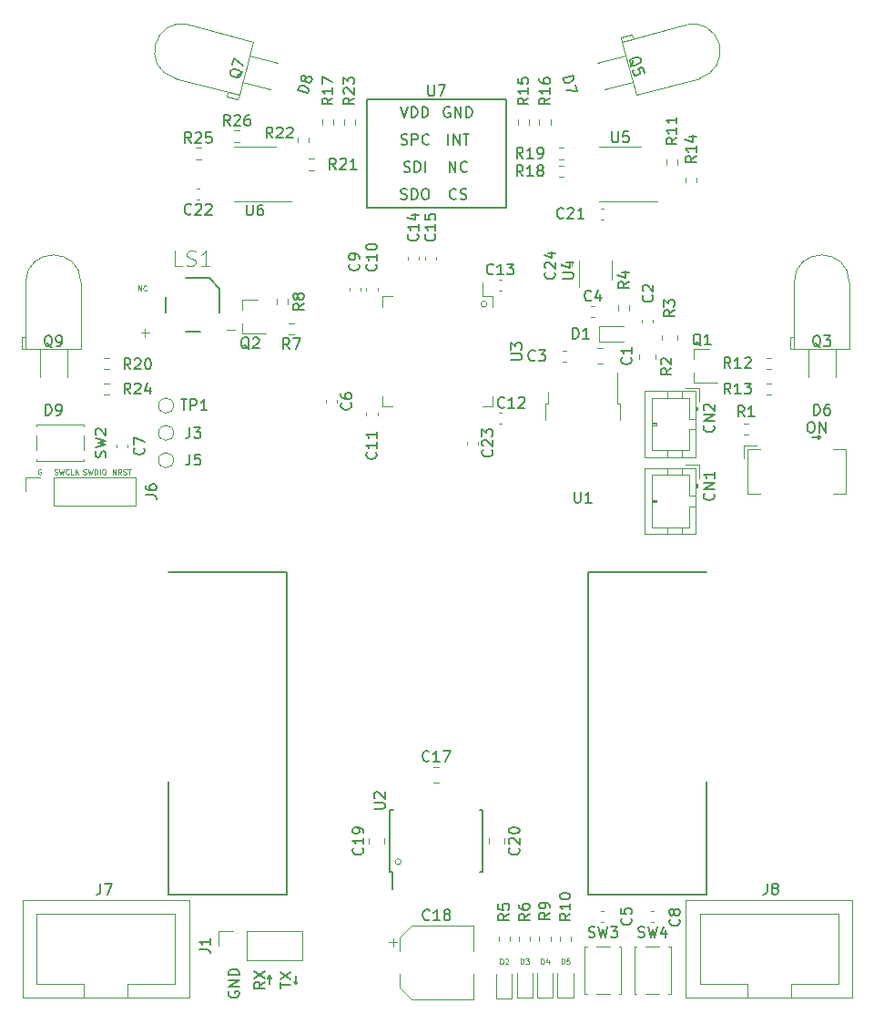
<source format=gbr>
%TF.GenerationSoftware,KiCad,Pcbnew,(5.1.8-0-10_14)*%
%TF.CreationDate,2021-01-24T15:40:33+09:00*%
%TF.ProjectId,Micromouse,4d696372-6f6d-46f7-9573-652e6b696361,rev?*%
%TF.SameCoordinates,Original*%
%TF.FileFunction,Legend,Top*%
%TF.FilePolarity,Positive*%
%FSLAX46Y46*%
G04 Gerber Fmt 4.6, Leading zero omitted, Abs format (unit mm)*
G04 Created by KiCad (PCBNEW (5.1.8-0-10_14)) date 2021-01-24 15:40:33*
%MOMM*%
%LPD*%
G01*
G04 APERTURE LIST*
%ADD10C,0.120000*%
%ADD11C,0.150000*%
%ADD12C,0.050000*%
%ADD13C,0.200000*%
%ADD14C,0.127000*%
%ADD15C,0.015000*%
G04 APERTURE END LIST*
D10*
X141317566Y-129618800D02*
G75*
G03*
X141317566Y-129618800I-273566J0D01*
G01*
X149293166Y-77802800D02*
G75*
G03*
X149293166Y-77802800I-273566J0D01*
G01*
D11*
X179525047Y-90177371D02*
X180286952Y-90177371D01*
X180096476Y-89986895D02*
X180286952Y-90177371D01*
X180096476Y-90367847D01*
D12*
X114478571Y-93626190D02*
X114478571Y-93126190D01*
X114764285Y-93626190D01*
X114764285Y-93126190D01*
X115288095Y-93626190D02*
X115121428Y-93388095D01*
X115002380Y-93626190D02*
X115002380Y-93126190D01*
X115192857Y-93126190D01*
X115240476Y-93150000D01*
X115264285Y-93173809D01*
X115288095Y-93221428D01*
X115288095Y-93292857D01*
X115264285Y-93340476D01*
X115240476Y-93364285D01*
X115192857Y-93388095D01*
X115002380Y-93388095D01*
X115478571Y-93602380D02*
X115550000Y-93626190D01*
X115669047Y-93626190D01*
X115716666Y-93602380D01*
X115740476Y-93578571D01*
X115764285Y-93530952D01*
X115764285Y-93483333D01*
X115740476Y-93435714D01*
X115716666Y-93411904D01*
X115669047Y-93388095D01*
X115573809Y-93364285D01*
X115526190Y-93340476D01*
X115502380Y-93316666D01*
X115478571Y-93269047D01*
X115478571Y-93221428D01*
X115502380Y-93173809D01*
X115526190Y-93150000D01*
X115573809Y-93126190D01*
X115692857Y-93126190D01*
X115764285Y-93150000D01*
X115907142Y-93126190D02*
X116192857Y-93126190D01*
X116050000Y-93626190D02*
X116050000Y-93126190D01*
X111740476Y-93602380D02*
X111811904Y-93626190D01*
X111930952Y-93626190D01*
X111978571Y-93602380D01*
X112002380Y-93578571D01*
X112026190Y-93530952D01*
X112026190Y-93483333D01*
X112002380Y-93435714D01*
X111978571Y-93411904D01*
X111930952Y-93388095D01*
X111835714Y-93364285D01*
X111788095Y-93340476D01*
X111764285Y-93316666D01*
X111740476Y-93269047D01*
X111740476Y-93221428D01*
X111764285Y-93173809D01*
X111788095Y-93150000D01*
X111835714Y-93126190D01*
X111954761Y-93126190D01*
X112026190Y-93150000D01*
X112192857Y-93126190D02*
X112311904Y-93626190D01*
X112407142Y-93269047D01*
X112502380Y-93626190D01*
X112621428Y-93126190D01*
X112811904Y-93626190D02*
X112811904Y-93126190D01*
X112930952Y-93126190D01*
X113002380Y-93150000D01*
X113050000Y-93197619D01*
X113073809Y-93245238D01*
X113097619Y-93340476D01*
X113097619Y-93411904D01*
X113073809Y-93507142D01*
X113050000Y-93554761D01*
X113002380Y-93602380D01*
X112930952Y-93626190D01*
X112811904Y-93626190D01*
X113311904Y-93626190D02*
X113311904Y-93126190D01*
X113645238Y-93126190D02*
X113740476Y-93126190D01*
X113788095Y-93150000D01*
X113835714Y-93197619D01*
X113859523Y-93292857D01*
X113859523Y-93459523D01*
X113835714Y-93554761D01*
X113788095Y-93602380D01*
X113740476Y-93626190D01*
X113645238Y-93626190D01*
X113597619Y-93602380D01*
X113550000Y-93554761D01*
X113526190Y-93459523D01*
X113526190Y-93292857D01*
X113550000Y-93197619D01*
X113597619Y-93150000D01*
X113645238Y-93126190D01*
X109069047Y-93602380D02*
X109140476Y-93626190D01*
X109259523Y-93626190D01*
X109307142Y-93602380D01*
X109330952Y-93578571D01*
X109354761Y-93530952D01*
X109354761Y-93483333D01*
X109330952Y-93435714D01*
X109307142Y-93411904D01*
X109259523Y-93388095D01*
X109164285Y-93364285D01*
X109116666Y-93340476D01*
X109092857Y-93316666D01*
X109069047Y-93269047D01*
X109069047Y-93221428D01*
X109092857Y-93173809D01*
X109116666Y-93150000D01*
X109164285Y-93126190D01*
X109283333Y-93126190D01*
X109354761Y-93150000D01*
X109521428Y-93126190D02*
X109640476Y-93626190D01*
X109735714Y-93269047D01*
X109830952Y-93626190D01*
X109950000Y-93126190D01*
X110426190Y-93578571D02*
X110402380Y-93602380D01*
X110330952Y-93626190D01*
X110283333Y-93626190D01*
X110211904Y-93602380D01*
X110164285Y-93554761D01*
X110140476Y-93507142D01*
X110116666Y-93411904D01*
X110116666Y-93340476D01*
X110140476Y-93245238D01*
X110164285Y-93197619D01*
X110211904Y-93150000D01*
X110283333Y-93126190D01*
X110330952Y-93126190D01*
X110402380Y-93150000D01*
X110426190Y-93173809D01*
X110878571Y-93626190D02*
X110640476Y-93626190D01*
X110640476Y-93126190D01*
X111045238Y-93626190D02*
X111045238Y-93126190D01*
X111330952Y-93626190D02*
X111116666Y-93340476D01*
X111330952Y-93126190D02*
X111045238Y-93411904D01*
X107830952Y-93150000D02*
X107783333Y-93126190D01*
X107711904Y-93126190D01*
X107640476Y-93150000D01*
X107592857Y-93197619D01*
X107569047Y-93245238D01*
X107545238Y-93340476D01*
X107545238Y-93411904D01*
X107569047Y-93507142D01*
X107592857Y-93554761D01*
X107640476Y-93602380D01*
X107711904Y-93626190D01*
X107759523Y-93626190D01*
X107830952Y-93602380D01*
X107854761Y-93578571D01*
X107854761Y-93411904D01*
X107759523Y-93411904D01*
D11*
X131528571Y-140244047D02*
X131528571Y-141005952D01*
X131338095Y-140815476D02*
X131528571Y-141005952D01*
X131719047Y-140815476D01*
X129071428Y-141005952D02*
X129071428Y-140244047D01*
X129261904Y-140434523D02*
X129071428Y-140244047D01*
X128880952Y-140434523D01*
X130052380Y-141386904D02*
X130052380Y-140815476D01*
X131052380Y-141101190D02*
X130052380Y-141101190D01*
X130052380Y-140577380D02*
X131052380Y-139910714D01*
X130052380Y-139910714D02*
X131052380Y-140577380D01*
X128652380Y-140791666D02*
X128176190Y-141125000D01*
X128652380Y-141363095D02*
X127652380Y-141363095D01*
X127652380Y-140982142D01*
X127700000Y-140886904D01*
X127747619Y-140839285D01*
X127842857Y-140791666D01*
X127985714Y-140791666D01*
X128080952Y-140839285D01*
X128128571Y-140886904D01*
X128176190Y-140982142D01*
X128176190Y-141363095D01*
X127652380Y-140458333D02*
X128652380Y-139791666D01*
X127652380Y-139791666D02*
X128652380Y-140458333D01*
X125300000Y-141686904D02*
X125252380Y-141782142D01*
X125252380Y-141925000D01*
X125300000Y-142067857D01*
X125395238Y-142163095D01*
X125490476Y-142210714D01*
X125680952Y-142258333D01*
X125823809Y-142258333D01*
X126014285Y-142210714D01*
X126109523Y-142163095D01*
X126204761Y-142067857D01*
X126252380Y-141925000D01*
X126252380Y-141829761D01*
X126204761Y-141686904D01*
X126157142Y-141639285D01*
X125823809Y-141639285D01*
X125823809Y-141829761D01*
X126252380Y-141210714D02*
X125252380Y-141210714D01*
X126252380Y-140639285D01*
X125252380Y-140639285D01*
X126252380Y-140163095D02*
X125252380Y-140163095D01*
X125252380Y-139925000D01*
X125300000Y-139782142D01*
X125395238Y-139686904D01*
X125490476Y-139639285D01*
X125680952Y-139591666D01*
X125823809Y-139591666D01*
X126014285Y-139639285D01*
X126109523Y-139686904D01*
X126204761Y-139782142D01*
X126252380Y-139925000D01*
X126252380Y-140163095D01*
D13*
X169700000Y-132700000D02*
X169700000Y-122200000D01*
X130700000Y-102700000D02*
X130700000Y-132700000D01*
X119700000Y-102700000D02*
X130700000Y-102700000D01*
X119700000Y-132700000D02*
X119700000Y-122200000D01*
X130700000Y-132700000D02*
X119700000Y-132700000D01*
X158700000Y-102700000D02*
X158700000Y-132700000D01*
X169700000Y-102700000D02*
X158700000Y-102700000D01*
X158700000Y-132700000D02*
X169700000Y-132700000D01*
D10*
%TO.C,U4*%
X160892000Y-75533200D02*
X160892000Y-73773200D01*
X157822000Y-73773200D02*
X157822000Y-76203200D01*
%TO.C,TP1*%
X120154000Y-87226200D02*
G75*
G03*
X120154000Y-87226200I-700000J0D01*
G01*
%TO.C,CN2*%
X169010000Y-85590000D02*
X167760000Y-85590000D01*
X169010000Y-86840000D02*
X169010000Y-85590000D01*
X164600000Y-88950000D02*
X165100000Y-88950000D01*
X165100000Y-89050000D02*
X164600000Y-89050000D01*
X165100000Y-88850000D02*
X165100000Y-89050000D01*
X164600000Y-88850000D02*
X165100000Y-88850000D01*
X166100000Y-92010000D02*
X166100000Y-91400000D01*
X167400000Y-92010000D02*
X167400000Y-91400000D01*
X166100000Y-85890000D02*
X166100000Y-86500000D01*
X167400000Y-85890000D02*
X167400000Y-86500000D01*
X168100000Y-89450000D02*
X168710000Y-89450000D01*
X168100000Y-91400000D02*
X168100000Y-89450000D01*
X164600000Y-91400000D02*
X168100000Y-91400000D01*
X164600000Y-86500000D02*
X164600000Y-91400000D01*
X168100000Y-86500000D02*
X164600000Y-86500000D01*
X168100000Y-88450000D02*
X168100000Y-86500000D01*
X168710000Y-88450000D02*
X168100000Y-88450000D01*
X168810000Y-87650000D02*
X168810000Y-87350000D01*
X168910000Y-87350000D02*
X168710000Y-87350000D01*
X168910000Y-87650000D02*
X168910000Y-87350000D01*
X168710000Y-87650000D02*
X168910000Y-87650000D01*
X168710000Y-92010000D02*
X168710000Y-85890000D01*
X163990000Y-92010000D02*
X168710000Y-92010000D01*
X163990000Y-85890000D02*
X163990000Y-92010000D01*
X168710000Y-85890000D02*
X163990000Y-85890000D01*
%TO.C,U3*%
X148860000Y-77090000D02*
X148860000Y-75750000D01*
X149810000Y-77090000D02*
X148860000Y-77090000D01*
X149810000Y-78040000D02*
X149810000Y-77090000D01*
X149810000Y-87310000D02*
X148860000Y-87310000D01*
X149810000Y-86360000D02*
X149810000Y-87310000D01*
X139590000Y-77090000D02*
X140540000Y-77090000D01*
X139590000Y-78040000D02*
X139590000Y-77090000D01*
X139590000Y-87310000D02*
X140540000Y-87310000D01*
X139590000Y-86360000D02*
X139590000Y-87310000D01*
%TO.C,C10*%
X138090000Y-76540580D02*
X138090000Y-76259420D01*
X139110000Y-76540580D02*
X139110000Y-76259420D01*
%TO.C,C14*%
X142976400Y-73420420D02*
X142976400Y-73701580D01*
X141956400Y-73420420D02*
X141956400Y-73701580D01*
%TO.C,C12*%
X150413180Y-87876980D02*
X150694340Y-87876980D01*
X150413180Y-88896980D02*
X150694340Y-88896980D01*
%TO.C,CN1*%
X168710000Y-93040000D02*
X163990000Y-93040000D01*
X163990000Y-93040000D02*
X163990000Y-99160000D01*
X163990000Y-99160000D02*
X168710000Y-99160000D01*
X168710000Y-99160000D02*
X168710000Y-93040000D01*
X168710000Y-94800000D02*
X168910000Y-94800000D01*
X168910000Y-94800000D02*
X168910000Y-94500000D01*
X168910000Y-94500000D02*
X168710000Y-94500000D01*
X168810000Y-94800000D02*
X168810000Y-94500000D01*
X168710000Y-95600000D02*
X168100000Y-95600000D01*
X168100000Y-95600000D02*
X168100000Y-93650000D01*
X168100000Y-93650000D02*
X164600000Y-93650000D01*
X164600000Y-93650000D02*
X164600000Y-98550000D01*
X164600000Y-98550000D02*
X168100000Y-98550000D01*
X168100000Y-98550000D02*
X168100000Y-96600000D01*
X168100000Y-96600000D02*
X168710000Y-96600000D01*
X167400000Y-93040000D02*
X167400000Y-93650000D01*
X166100000Y-93040000D02*
X166100000Y-93650000D01*
X167400000Y-99160000D02*
X167400000Y-98550000D01*
X166100000Y-99160000D02*
X166100000Y-98550000D01*
X164600000Y-96000000D02*
X165100000Y-96000000D01*
X165100000Y-96000000D02*
X165100000Y-96200000D01*
X165100000Y-96200000D02*
X164600000Y-96200000D01*
X164600000Y-96100000D02*
X165100000Y-96100000D01*
X169010000Y-93990000D02*
X169010000Y-92740000D01*
X169010000Y-92740000D02*
X167760000Y-92740000D01*
%TO.C,R1*%
X173162742Y-88877500D02*
X173637258Y-88877500D01*
X173162742Y-89922500D02*
X173637258Y-89922500D01*
D11*
%TO.C,U7*%
X138100000Y-68800000D02*
X151100000Y-68800000D01*
X138100000Y-58800000D02*
X138100000Y-68800000D01*
X151100000Y-58800000D02*
X151100000Y-68800000D01*
X138100000Y-58800000D02*
X151100000Y-58800000D01*
D10*
%TO.C,D8*%
X127569055Y-53429933D02*
X121618952Y-51835607D01*
X126243902Y-58375473D02*
X120293798Y-56781148D01*
X127569055Y-53429933D02*
X126243902Y-58375473D01*
X126140374Y-58761843D02*
X125058537Y-58471966D01*
X125058537Y-58471966D02*
X125162065Y-58085596D01*
X125162065Y-58085596D02*
X126243902Y-58375473D01*
X126243902Y-58375473D02*
X126140374Y-58761843D01*
X129814200Y-55367024D02*
X127235179Y-54675977D01*
X127235179Y-54675977D02*
X127235179Y-54675977D01*
X127235179Y-54675977D02*
X129814200Y-55367024D01*
X129814200Y-55367024D02*
X129814200Y-55367024D01*
X129156800Y-57820475D02*
X126577778Y-57129429D01*
X126577778Y-57129429D02*
X126577778Y-57129429D01*
X126577778Y-57129429D02*
X129156800Y-57820475D01*
X129156800Y-57820475D02*
X129156800Y-57820475D01*
X120293798Y-56781147D02*
G75*
G02*
X121618952Y-51835607I662577J2472770D01*
G01*
%TO.C,D9*%
X111530000Y-81950000D02*
X111530000Y-75790000D01*
X106410000Y-81950000D02*
X106410000Y-75790000D01*
X111530000Y-81950000D02*
X106410000Y-81950000D01*
X106010000Y-81950000D02*
X106010000Y-80830000D01*
X106010000Y-80830000D02*
X106410000Y-80830000D01*
X106410000Y-80830000D02*
X106410000Y-81950000D01*
X106410000Y-81950000D02*
X106010000Y-81950000D01*
X110240000Y-84620000D02*
X110240000Y-81950000D01*
X110240000Y-81950000D02*
X110240000Y-81950000D01*
X110240000Y-81950000D02*
X110240000Y-84620000D01*
X110240000Y-84620000D02*
X110240000Y-84620000D01*
X107700000Y-84620000D02*
X107700000Y-81950000D01*
X107700000Y-81950000D02*
X107700000Y-81950000D01*
X107700000Y-81950000D02*
X107700000Y-84620000D01*
X107700000Y-84620000D02*
X107700000Y-84620000D01*
X106410000Y-75790000D02*
G75*
G02*
X111530000Y-75790000I2560000J0D01*
G01*
%TO.C,Q1*%
X168540000Y-81970000D02*
X168540000Y-82900000D01*
X168540000Y-85130000D02*
X168540000Y-84200000D01*
X168540000Y-85130000D02*
X170700000Y-85130000D01*
X168540000Y-81970000D02*
X170000000Y-81970000D01*
D11*
%TO.C,U2*%
X140275000Y-130575000D02*
X140500000Y-130575000D01*
X140275000Y-124825000D02*
X140575000Y-124825000D01*
X148925000Y-124825000D02*
X148625000Y-124825000D01*
X148925000Y-130575000D02*
X148625000Y-130575000D01*
X140275000Y-130575000D02*
X140275000Y-124825000D01*
X148925000Y-130575000D02*
X148925000Y-124825000D01*
X140500000Y-130575000D02*
X140500000Y-132175000D01*
D10*
%TO.C,J7*%
X115890000Y-140980000D02*
X115890000Y-142290000D01*
X115890000Y-140980000D02*
X115890000Y-140980000D01*
X120290000Y-140980000D02*
X115890000Y-140980000D01*
X120290000Y-134480000D02*
X120290000Y-140980000D01*
X107390000Y-134480000D02*
X120290000Y-134480000D01*
X107390000Y-140980000D02*
X107390000Y-134480000D01*
X111790000Y-140980000D02*
X107390000Y-140980000D01*
X111790000Y-142290000D02*
X111790000Y-140980000D01*
X121590000Y-142290000D02*
X106090000Y-142290000D01*
X121590000Y-133170000D02*
X121590000Y-142290000D01*
X106090000Y-133170000D02*
X121590000Y-133170000D01*
X106090000Y-142290000D02*
X106090000Y-133170000D01*
%TO.C,J8*%
X177590000Y-140980000D02*
X177590000Y-142290000D01*
X177590000Y-140980000D02*
X177590000Y-140980000D01*
X181990000Y-140980000D02*
X177590000Y-140980000D01*
X181990000Y-134480000D02*
X181990000Y-140980000D01*
X169090000Y-134480000D02*
X181990000Y-134480000D01*
X169090000Y-140980000D02*
X169090000Y-134480000D01*
X173490000Y-140980000D02*
X169090000Y-140980000D01*
X173490000Y-142290000D02*
X173490000Y-140980000D01*
X183290000Y-142290000D02*
X167790000Y-142290000D01*
X183290000Y-133170000D02*
X183290000Y-142290000D01*
X167790000Y-133170000D02*
X183290000Y-133170000D01*
X167790000Y-142290000D02*
X167790000Y-133170000D01*
%TO.C,SW3*%
X158394000Y-137500000D02*
X158394000Y-141900000D01*
X158394000Y-141900000D02*
X158594000Y-141900000D01*
X159444000Y-141900000D02*
X160744000Y-141900000D01*
X161594000Y-141900000D02*
X161794000Y-141900000D01*
X161794000Y-141900000D02*
X161794000Y-137500000D01*
X161794000Y-137500000D02*
X161594000Y-137500000D01*
X160744000Y-137500000D02*
X159444000Y-137500000D01*
X158594000Y-137500000D02*
X158394000Y-137500000D01*
%TO.C,U5*%
X161700000Y-63140000D02*
X159750000Y-63140000D01*
X161700000Y-63140000D02*
X163650000Y-63140000D01*
X161700000Y-68260000D02*
X159750000Y-68260000D01*
X161700000Y-68260000D02*
X165150000Y-68260000D01*
%TO.C,U6*%
X127700000Y-68260000D02*
X131150000Y-68260000D01*
X127700000Y-68260000D02*
X125750000Y-68260000D01*
X127700000Y-63140000D02*
X129650000Y-63140000D01*
X127700000Y-63140000D02*
X125750000Y-63140000D01*
%TO.C,D7*%
X159585800Y-55367024D02*
X159585800Y-55367024D01*
X162164821Y-54675977D02*
X159585800Y-55367024D01*
X162164821Y-54675977D02*
X162164821Y-54675977D01*
X159585800Y-55367024D02*
X162164821Y-54675977D01*
X160243200Y-57820475D02*
X160243200Y-57820475D01*
X162822222Y-57129429D02*
X160243200Y-57820475D01*
X162822222Y-57129429D02*
X162822222Y-57129429D01*
X160243200Y-57820475D02*
X162822222Y-57129429D01*
X161830945Y-53429933D02*
X161727417Y-53043562D01*
X162912782Y-53140055D02*
X161830945Y-53429933D01*
X162809254Y-52753685D02*
X162912782Y-53140055D01*
X161727417Y-53043562D02*
X162809254Y-52753685D01*
X163156098Y-58375473D02*
X161830945Y-53429933D01*
X161830945Y-53429933D02*
X167781048Y-51835607D01*
X163156098Y-58375473D02*
X169106202Y-56781148D01*
X167781048Y-51835606D02*
G75*
G02*
X169106202Y-56781148I662577J-2472771D01*
G01*
%TO.C,D6*%
X179160000Y-84620000D02*
X179160000Y-84620000D01*
X179160000Y-81950000D02*
X179160000Y-84620000D01*
X179160000Y-81950000D02*
X179160000Y-81950000D01*
X179160000Y-84620000D02*
X179160000Y-81950000D01*
X181700000Y-84620000D02*
X181700000Y-84620000D01*
X181700000Y-81950000D02*
X181700000Y-84620000D01*
X181700000Y-81950000D02*
X181700000Y-81950000D01*
X181700000Y-84620000D02*
X181700000Y-81950000D01*
X177870000Y-81950000D02*
X177470000Y-81950000D01*
X177870000Y-80830000D02*
X177870000Y-81950000D01*
X177470000Y-80830000D02*
X177870000Y-80830000D01*
X177470000Y-81950000D02*
X177470000Y-80830000D01*
X182990000Y-81950000D02*
X177870000Y-81950000D01*
X177870000Y-81950000D02*
X177870000Y-75790000D01*
X182990000Y-81950000D02*
X182990000Y-75790000D01*
X177870000Y-75790000D02*
G75*
G02*
X182990000Y-75790000I2560000J0D01*
G01*
%TO.C,U1*%
X155020000Y-87030000D02*
X155020000Y-85930000D01*
X154750000Y-87030000D02*
X155020000Y-87030000D01*
X154750000Y-88530000D02*
X154750000Y-87030000D01*
X161380000Y-87030000D02*
X161380000Y-84200000D01*
X161650000Y-87030000D02*
X161380000Y-87030000D01*
X161650000Y-88530000D02*
X161650000Y-87030000D01*
%TO.C,SW4*%
X163000000Y-137500000D02*
X163000000Y-141900000D01*
X163000000Y-141900000D02*
X163200000Y-141900000D01*
X164050000Y-141900000D02*
X165350000Y-141900000D01*
X166200000Y-141900000D02*
X166400000Y-141900000D01*
X166400000Y-141900000D02*
X166400000Y-137500000D01*
X166400000Y-137500000D02*
X166200000Y-137500000D01*
X165350000Y-137500000D02*
X164050000Y-137500000D01*
X163200000Y-137500000D02*
X163000000Y-137500000D01*
%TO.C,SW2*%
X111800000Y-89000000D02*
X107400000Y-89000000D01*
X107400000Y-89000000D02*
X107400000Y-89200000D01*
X107400000Y-90050000D02*
X107400000Y-91350000D01*
X107400000Y-92200000D02*
X107400000Y-92400000D01*
X107400000Y-92400000D02*
X111800000Y-92400000D01*
X111800000Y-92400000D02*
X111800000Y-92200000D01*
X111800000Y-91350000D02*
X111800000Y-90050000D01*
X111800000Y-89200000D02*
X111800000Y-89000000D01*
%TO.C,ON*%
X174700000Y-91250000D02*
X173500000Y-91250000D01*
X173500000Y-91250000D02*
X173500000Y-95450000D01*
X173500000Y-95450000D02*
X174700000Y-95450000D01*
X181500000Y-91250000D02*
X182700000Y-91250000D01*
X182700000Y-91250000D02*
X182700000Y-95450000D01*
X182700000Y-95450000D02*
X181500000Y-95450000D01*
X174400000Y-90950000D02*
X173200000Y-90950000D01*
X173200000Y-90950000D02*
X173200000Y-92150000D01*
%TO.C,R26*%
X125810582Y-61664380D02*
X126285098Y-61664380D01*
X125810582Y-62709380D02*
X126285098Y-62709380D01*
%TO.C,R25*%
X122213942Y-63272200D02*
X122688458Y-63272200D01*
X122213942Y-64317200D02*
X122688458Y-64317200D01*
%TO.C,R24*%
X113662742Y-85177500D02*
X114137258Y-85177500D01*
X113662742Y-86222500D02*
X114137258Y-86222500D01*
%TO.C,R23*%
X137022500Y-60662742D02*
X137022500Y-61137258D01*
X135977500Y-60662742D02*
X135977500Y-61137258D01*
%TO.C,R22*%
X131677500Y-62774658D02*
X131677500Y-62300142D01*
X132722500Y-62774658D02*
X132722500Y-62300142D01*
%TO.C,R21*%
X133191358Y-65333200D02*
X132716842Y-65333200D01*
X133191358Y-64288200D02*
X132716842Y-64288200D01*
%TO.C,R20*%
X113662742Y-82777500D02*
X114137258Y-82777500D01*
X113662742Y-83822500D02*
X114137258Y-83822500D01*
%TO.C,R19*%
X156437258Y-64322500D02*
X155962742Y-64322500D01*
X156437258Y-63277500D02*
X155962742Y-63277500D01*
%TO.C,R18*%
X155962742Y-64927500D02*
X156437258Y-64927500D01*
X155962742Y-65972500D02*
X156437258Y-65972500D01*
%TO.C,R17*%
X135022500Y-60662742D02*
X135022500Y-61137258D01*
X133977500Y-60662742D02*
X133977500Y-61137258D01*
%TO.C,R16*%
X155222500Y-60662742D02*
X155222500Y-61137258D01*
X154177500Y-60662742D02*
X154177500Y-61137258D01*
%TO.C,R15*%
X153222500Y-60662742D02*
X153222500Y-61137258D01*
X152177500Y-60662742D02*
X152177500Y-61137258D01*
%TO.C,R14*%
X167777500Y-66508458D02*
X167777500Y-66033942D01*
X168822500Y-66508458D02*
X168822500Y-66033942D01*
%TO.C,R13*%
X175737258Y-86222500D02*
X175262742Y-86222500D01*
X175737258Y-85177500D02*
X175262742Y-85177500D01*
%TO.C,R12*%
X175737258Y-83822500D02*
X175262742Y-83822500D01*
X175737258Y-82777500D02*
X175262742Y-82777500D01*
%TO.C,R11*%
X165977500Y-64857458D02*
X165977500Y-64382942D01*
X167022500Y-64857458D02*
X167022500Y-64382942D01*
%TO.C,R10*%
X157122500Y-136562742D02*
X157122500Y-137037258D01*
X156077500Y-136562742D02*
X156077500Y-137037258D01*
%TO.C,R9*%
X155222500Y-136562742D02*
X155222500Y-137037258D01*
X154177500Y-136562742D02*
X154177500Y-137037258D01*
%TO.C,R8*%
X129751900Y-77811458D02*
X129751900Y-77336942D01*
X130796900Y-77811458D02*
X130796900Y-77336942D01*
%TO.C,R7*%
X131337258Y-80622500D02*
X130862742Y-80622500D01*
X131337258Y-79577500D02*
X130862742Y-79577500D01*
%TO.C,R6*%
X152277500Y-136562742D02*
X152277500Y-137037258D01*
X153322500Y-136562742D02*
X153322500Y-137037258D01*
%TO.C,R5*%
X151422500Y-136562742D02*
X151422500Y-137037258D01*
X150377500Y-136562742D02*
X150377500Y-137037258D01*
%TO.C,R4*%
X162546900Y-77896242D02*
X162546900Y-78370758D01*
X161501900Y-77896242D02*
X161501900Y-78370758D01*
%TO.C,R3*%
X165565000Y-81127064D02*
X165565000Y-80672936D01*
X167035000Y-81127064D02*
X167035000Y-80672936D01*
%TO.C,R2*%
X163465000Y-82927064D02*
X163465000Y-82472936D01*
X164935000Y-82927064D02*
X164935000Y-82472936D01*
%TO.C,Q2*%
X126540000Y-77370000D02*
X126540000Y-78300000D01*
X126540000Y-80530000D02*
X126540000Y-79600000D01*
X126540000Y-80530000D02*
X128700000Y-80530000D01*
X126540000Y-77370000D02*
X128000000Y-77370000D01*
D14*
%TO.C,LS1*%
X124450000Y-76350000D02*
X124450000Y-78550000D01*
X119450000Y-77140000D02*
X119450000Y-78560000D01*
X123450000Y-75350000D02*
X124450000Y-76350000D01*
X122610000Y-80350000D02*
X121300000Y-80350000D01*
X121290000Y-75350000D02*
X123450000Y-75350000D01*
D10*
%TO.C,J6*%
X108970000Y-96530000D02*
X108970000Y-93870000D01*
X108970000Y-96530000D02*
X116650000Y-96530000D01*
X116650000Y-96530000D02*
X116650000Y-93870000D01*
X108970000Y-93870000D02*
X116650000Y-93870000D01*
X106370000Y-93870000D02*
X107700000Y-93870000D01*
X106370000Y-95200000D02*
X106370000Y-93870000D01*
%TO.C,J5*%
X120154000Y-92306200D02*
G75*
G03*
X120154000Y-92306200I-700000J0D01*
G01*
%TO.C,J3*%
X120154000Y-89766200D02*
G75*
G03*
X120154000Y-89766200I-700000J0D01*
G01*
%TO.C,J1*%
X126970000Y-138755000D02*
X126970000Y-136095000D01*
X126970000Y-138755000D02*
X132110000Y-138755000D01*
X132110000Y-138755000D02*
X132110000Y-136095000D01*
X126970000Y-136095000D02*
X132110000Y-136095000D01*
X124370000Y-136095000D02*
X125700000Y-136095000D01*
X124370000Y-137425000D02*
X124370000Y-136095000D01*
%TO.C,D5*%
X155865000Y-140000000D02*
X155865000Y-142285000D01*
X155865000Y-142285000D02*
X157335000Y-142285000D01*
X157335000Y-142285000D02*
X157335000Y-140000000D01*
%TO.C,D4*%
X153965000Y-140000000D02*
X153965000Y-142285000D01*
X153965000Y-142285000D02*
X155435000Y-142285000D01*
X155435000Y-142285000D02*
X155435000Y-140000000D01*
%TO.C,D3*%
X152065000Y-140000000D02*
X152065000Y-142285000D01*
X152065000Y-142285000D02*
X153535000Y-142285000D01*
X153535000Y-142285000D02*
X153535000Y-140000000D01*
%TO.C,D2*%
X150165000Y-140007500D02*
X150165000Y-142292500D01*
X150165000Y-142292500D02*
X151635000Y-142292500D01*
X151635000Y-142292500D02*
X151635000Y-140007500D01*
%TO.C,D1*%
X162000000Y-79815000D02*
X159715000Y-79815000D01*
X159715000Y-79815000D02*
X159715000Y-81285000D01*
X159715000Y-81285000D02*
X162000000Y-81285000D01*
%TO.C,C24*%
X157175000Y-74004620D02*
X157175000Y-74285780D01*
X156155000Y-74004620D02*
X156155000Y-74285780D01*
%TO.C,C23*%
X148462800Y-90565420D02*
X148462800Y-90846580D01*
X147442800Y-90565420D02*
X147442800Y-90846580D01*
%TO.C,C22*%
X122579080Y-68114700D02*
X122297920Y-68114700D01*
X122579080Y-67094700D02*
X122297920Y-67094700D01*
%TO.C,C21*%
X159859420Y-68890000D02*
X160140580Y-68890000D01*
X159859420Y-69910000D02*
X160140580Y-69910000D01*
%TO.C,C20*%
X150935000Y-127438748D02*
X150935000Y-127961252D01*
X149465000Y-127438748D02*
X149465000Y-127961252D01*
%TO.C,C19*%
X139735000Y-127438748D02*
X139735000Y-127961252D01*
X138265000Y-127438748D02*
X138265000Y-127961252D01*
%TO.C,C18*%
X148010000Y-142376000D02*
X148010000Y-140026000D01*
X148010000Y-135556000D02*
X148010000Y-137906000D01*
X142254437Y-135556000D02*
X148010000Y-135556000D01*
X142254437Y-142376000D02*
X148010000Y-142376000D01*
X141190000Y-141311563D02*
X141190000Y-140026000D01*
X141190000Y-136620437D02*
X141190000Y-137906000D01*
X141190000Y-136620437D02*
X142254437Y-135556000D01*
X141190000Y-141311563D02*
X142254437Y-142376000D01*
X140162500Y-137118500D02*
X140950000Y-137118500D01*
X140556250Y-136724750D02*
X140556250Y-137512250D01*
%TO.C,C17*%
X144313348Y-120832000D02*
X144835852Y-120832000D01*
X144313348Y-122302000D02*
X144835852Y-122302000D01*
%TO.C,C15*%
X144576600Y-73420420D02*
X144576600Y-73701580D01*
X143556600Y-73420420D02*
X143556600Y-73701580D01*
%TO.C,C13*%
X150395400Y-75552900D02*
X150676560Y-75552900D01*
X150395400Y-76572900D02*
X150676560Y-76572900D01*
%TO.C,C11*%
X139110000Y-87859420D02*
X139110000Y-88140580D01*
X138090000Y-87859420D02*
X138090000Y-88140580D01*
%TO.C,C9*%
X136490000Y-76540580D02*
X136490000Y-76259420D01*
X137510000Y-76540580D02*
X137510000Y-76259420D01*
%TO.C,C8*%
X164840580Y-135210000D02*
X164559420Y-135210000D01*
X164840580Y-134190000D02*
X164559420Y-134190000D01*
%TO.C,C7*%
X114890000Y-91140580D02*
X114890000Y-90859420D01*
X115910000Y-91140580D02*
X115910000Y-90859420D01*
%TO.C,C6*%
X135331000Y-86679220D02*
X135331000Y-86960380D01*
X134311000Y-86679220D02*
X134311000Y-86960380D01*
%TO.C,C5*%
X160140580Y-135210000D02*
X159859420Y-135210000D01*
X160140580Y-134190000D02*
X159859420Y-134190000D01*
%TO.C,C4*%
X158988220Y-78004000D02*
X159269380Y-78004000D01*
X158988220Y-79024000D02*
X159269380Y-79024000D01*
%TO.C,C3*%
X156372020Y-82118800D02*
X156653180Y-82118800D01*
X156372020Y-83138800D02*
X156653180Y-83138800D01*
%TO.C,C2*%
X163690000Y-79540580D02*
X163690000Y-79259420D01*
X164710000Y-79540580D02*
X164710000Y-79259420D01*
%TO.C,C1*%
X160061252Y-83335000D02*
X159538748Y-83335000D01*
X160061252Y-81865000D02*
X159538748Y-81865000D01*
%TO.C,U4*%
D11*
X156334380Y-75415104D02*
X157143904Y-75415104D01*
X157239142Y-75367485D01*
X157286761Y-75319866D01*
X157334380Y-75224628D01*
X157334380Y-75034152D01*
X157286761Y-74938914D01*
X157239142Y-74891295D01*
X157143904Y-74843676D01*
X156334380Y-74843676D01*
X156667714Y-73938914D02*
X157334380Y-73938914D01*
X156286761Y-74177009D02*
X157001047Y-74415104D01*
X157001047Y-73796057D01*
%TO.C,TP1*%
X120838095Y-86652380D02*
X121409523Y-86652380D01*
X121123809Y-87652380D02*
X121123809Y-86652380D01*
X121742857Y-87652380D02*
X121742857Y-86652380D01*
X122123809Y-86652380D01*
X122219047Y-86700000D01*
X122266666Y-86747619D01*
X122314285Y-86842857D01*
X122314285Y-86985714D01*
X122266666Y-87080952D01*
X122219047Y-87128571D01*
X122123809Y-87176190D01*
X121742857Y-87176190D01*
X123266666Y-87652380D02*
X122695238Y-87652380D01*
X122980952Y-87652380D02*
X122980952Y-86652380D01*
X122885714Y-86795238D01*
X122790476Y-86890476D01*
X122695238Y-86938095D01*
%TO.C,CN2*%
X170357142Y-89090476D02*
X170404761Y-89138095D01*
X170452380Y-89280952D01*
X170452380Y-89376190D01*
X170404761Y-89519047D01*
X170309523Y-89614285D01*
X170214285Y-89661904D01*
X170023809Y-89709523D01*
X169880952Y-89709523D01*
X169690476Y-89661904D01*
X169595238Y-89614285D01*
X169500000Y-89519047D01*
X169452380Y-89376190D01*
X169452380Y-89280952D01*
X169500000Y-89138095D01*
X169547619Y-89090476D01*
X170452380Y-88661904D02*
X169452380Y-88661904D01*
X170452380Y-88090476D01*
X169452380Y-88090476D01*
X169547619Y-87661904D02*
X169500000Y-87614285D01*
X169452380Y-87519047D01*
X169452380Y-87280952D01*
X169500000Y-87185714D01*
X169547619Y-87138095D01*
X169642857Y-87090476D01*
X169738095Y-87090476D01*
X169880952Y-87138095D01*
X170452380Y-87709523D01*
X170452380Y-87090476D01*
%TO.C,U3*%
X151552380Y-82961904D02*
X152361904Y-82961904D01*
X152457142Y-82914285D01*
X152504761Y-82866666D01*
X152552380Y-82771428D01*
X152552380Y-82580952D01*
X152504761Y-82485714D01*
X152457142Y-82438095D01*
X152361904Y-82390476D01*
X151552380Y-82390476D01*
X151552380Y-82009523D02*
X151552380Y-81390476D01*
X151933333Y-81723809D01*
X151933333Y-81580952D01*
X151980952Y-81485714D01*
X152028571Y-81438095D01*
X152123809Y-81390476D01*
X152361904Y-81390476D01*
X152457142Y-81438095D01*
X152504761Y-81485714D01*
X152552380Y-81580952D01*
X152552380Y-81866666D01*
X152504761Y-81961904D01*
X152457142Y-82009523D01*
%TO.C,C10*%
X138962342Y-74103557D02*
X139009961Y-74151176D01*
X139057580Y-74294033D01*
X139057580Y-74389271D01*
X139009961Y-74532128D01*
X138914723Y-74627366D01*
X138819485Y-74674985D01*
X138629009Y-74722604D01*
X138486152Y-74722604D01*
X138295676Y-74674985D01*
X138200438Y-74627366D01*
X138105200Y-74532128D01*
X138057580Y-74389271D01*
X138057580Y-74294033D01*
X138105200Y-74151176D01*
X138152819Y-74103557D01*
X139057580Y-73151176D02*
X139057580Y-73722604D01*
X139057580Y-73436890D02*
X138057580Y-73436890D01*
X138200438Y-73532128D01*
X138295676Y-73627366D01*
X138343295Y-73722604D01*
X138057580Y-72532128D02*
X138057580Y-72436890D01*
X138105200Y-72341652D01*
X138152819Y-72294033D01*
X138248057Y-72246414D01*
X138438533Y-72198795D01*
X138676628Y-72198795D01*
X138867104Y-72246414D01*
X138962342Y-72294033D01*
X139009961Y-72341652D01*
X139057580Y-72436890D01*
X139057580Y-72532128D01*
X139009961Y-72627366D01*
X138962342Y-72674985D01*
X138867104Y-72722604D01*
X138676628Y-72770223D01*
X138438533Y-72770223D01*
X138248057Y-72722604D01*
X138152819Y-72674985D01*
X138105200Y-72627366D01*
X138057580Y-72532128D01*
%TO.C,C14*%
X142823542Y-71303857D02*
X142871161Y-71351476D01*
X142918780Y-71494333D01*
X142918780Y-71589571D01*
X142871161Y-71732428D01*
X142775923Y-71827666D01*
X142680685Y-71875285D01*
X142490209Y-71922904D01*
X142347352Y-71922904D01*
X142156876Y-71875285D01*
X142061638Y-71827666D01*
X141966400Y-71732428D01*
X141918780Y-71589571D01*
X141918780Y-71494333D01*
X141966400Y-71351476D01*
X142014019Y-71303857D01*
X142918780Y-70351476D02*
X142918780Y-70922904D01*
X142918780Y-70637190D02*
X141918780Y-70637190D01*
X142061638Y-70732428D01*
X142156876Y-70827666D01*
X142204495Y-70922904D01*
X142252114Y-69494333D02*
X142918780Y-69494333D01*
X141871161Y-69732428D02*
X142585447Y-69970523D01*
X142585447Y-69351476D01*
%TO.C,C12*%
X150910902Y-87344122D02*
X150863283Y-87391741D01*
X150720426Y-87439360D01*
X150625188Y-87439360D01*
X150482331Y-87391741D01*
X150387093Y-87296503D01*
X150339474Y-87201265D01*
X150291855Y-87010789D01*
X150291855Y-86867932D01*
X150339474Y-86677456D01*
X150387093Y-86582218D01*
X150482331Y-86486980D01*
X150625188Y-86439360D01*
X150720426Y-86439360D01*
X150863283Y-86486980D01*
X150910902Y-86534599D01*
X151863283Y-87439360D02*
X151291855Y-87439360D01*
X151577569Y-87439360D02*
X151577569Y-86439360D01*
X151482331Y-86582218D01*
X151387093Y-86677456D01*
X151291855Y-86725075D01*
X152244236Y-86534599D02*
X152291855Y-86486980D01*
X152387093Y-86439360D01*
X152625188Y-86439360D01*
X152720426Y-86486980D01*
X152768045Y-86534599D01*
X152815664Y-86629837D01*
X152815664Y-86725075D01*
X152768045Y-86867932D01*
X152196617Y-87439360D01*
X152815664Y-87439360D01*
%TO.C,CN1*%
X170357142Y-95390476D02*
X170404761Y-95438095D01*
X170452380Y-95580952D01*
X170452380Y-95676190D01*
X170404761Y-95819047D01*
X170309523Y-95914285D01*
X170214285Y-95961904D01*
X170023809Y-96009523D01*
X169880952Y-96009523D01*
X169690476Y-95961904D01*
X169595238Y-95914285D01*
X169500000Y-95819047D01*
X169452380Y-95676190D01*
X169452380Y-95580952D01*
X169500000Y-95438095D01*
X169547619Y-95390476D01*
X170452380Y-94961904D02*
X169452380Y-94961904D01*
X170452380Y-94390476D01*
X169452380Y-94390476D01*
X170452380Y-93390476D02*
X170452380Y-93961904D01*
X170452380Y-93676190D02*
X169452380Y-93676190D01*
X169595238Y-93771428D01*
X169690476Y-93866666D01*
X169738095Y-93961904D01*
%TO.C,R1*%
X173233333Y-88252380D02*
X172900000Y-87776190D01*
X172661904Y-88252380D02*
X172661904Y-87252380D01*
X173042857Y-87252380D01*
X173138095Y-87300000D01*
X173185714Y-87347619D01*
X173233333Y-87442857D01*
X173233333Y-87585714D01*
X173185714Y-87680952D01*
X173138095Y-87728571D01*
X173042857Y-87776190D01*
X172661904Y-87776190D01*
X174185714Y-88252380D02*
X173614285Y-88252380D01*
X173900000Y-88252380D02*
X173900000Y-87252380D01*
X173804761Y-87395238D01*
X173709523Y-87490476D01*
X173614285Y-87538095D01*
%TO.C,U7*%
X143838095Y-57452380D02*
X143838095Y-58261904D01*
X143885714Y-58357142D01*
X143933333Y-58404761D01*
X144028571Y-58452380D01*
X144219047Y-58452380D01*
X144314285Y-58404761D01*
X144361904Y-58357142D01*
X144409523Y-58261904D01*
X144409523Y-57452380D01*
X144790476Y-57452380D02*
X145457142Y-57452380D01*
X145028571Y-58452380D01*
X141290476Y-68014761D02*
X141433333Y-68062380D01*
X141671428Y-68062380D01*
X141766666Y-68014761D01*
X141814285Y-67967142D01*
X141861904Y-67871904D01*
X141861904Y-67776666D01*
X141814285Y-67681428D01*
X141766666Y-67633809D01*
X141671428Y-67586190D01*
X141480952Y-67538571D01*
X141385714Y-67490952D01*
X141338095Y-67443333D01*
X141290476Y-67348095D01*
X141290476Y-67252857D01*
X141338095Y-67157619D01*
X141385714Y-67110000D01*
X141480952Y-67062380D01*
X141719047Y-67062380D01*
X141861904Y-67110000D01*
X142290476Y-68062380D02*
X142290476Y-67062380D01*
X142528571Y-67062380D01*
X142671428Y-67110000D01*
X142766666Y-67205238D01*
X142814285Y-67300476D01*
X142861904Y-67490952D01*
X142861904Y-67633809D01*
X142814285Y-67824285D01*
X142766666Y-67919523D01*
X142671428Y-68014761D01*
X142528571Y-68062380D01*
X142290476Y-68062380D01*
X143480952Y-67062380D02*
X143671428Y-67062380D01*
X143766666Y-67110000D01*
X143861904Y-67205238D01*
X143909523Y-67395714D01*
X143909523Y-67729047D01*
X143861904Y-67919523D01*
X143766666Y-68014761D01*
X143671428Y-68062380D01*
X143480952Y-68062380D01*
X143385714Y-68014761D01*
X143290476Y-67919523D01*
X143242857Y-67729047D01*
X143242857Y-67395714D01*
X143290476Y-67205238D01*
X143385714Y-67110000D01*
X143480952Y-67062380D01*
X146433333Y-67967142D02*
X146385714Y-68014761D01*
X146242857Y-68062380D01*
X146147619Y-68062380D01*
X146004761Y-68014761D01*
X145909523Y-67919523D01*
X145861904Y-67824285D01*
X145814285Y-67633809D01*
X145814285Y-67490952D01*
X145861904Y-67300476D01*
X145909523Y-67205238D01*
X146004761Y-67110000D01*
X146147619Y-67062380D01*
X146242857Y-67062380D01*
X146385714Y-67110000D01*
X146433333Y-67157619D01*
X146814285Y-68014761D02*
X146957142Y-68062380D01*
X147195238Y-68062380D01*
X147290476Y-68014761D01*
X147338095Y-67967142D01*
X147385714Y-67871904D01*
X147385714Y-67776666D01*
X147338095Y-67681428D01*
X147290476Y-67633809D01*
X147195238Y-67586190D01*
X147004761Y-67538571D01*
X146909523Y-67490952D01*
X146861904Y-67443333D01*
X146814285Y-67348095D01*
X146814285Y-67252857D01*
X146861904Y-67157619D01*
X146909523Y-67110000D01*
X147004761Y-67062380D01*
X147242857Y-67062380D01*
X147385714Y-67110000D01*
X141576190Y-65474761D02*
X141719047Y-65522380D01*
X141957142Y-65522380D01*
X142052380Y-65474761D01*
X142100000Y-65427142D01*
X142147619Y-65331904D01*
X142147619Y-65236666D01*
X142100000Y-65141428D01*
X142052380Y-65093809D01*
X141957142Y-65046190D01*
X141766666Y-64998571D01*
X141671428Y-64950952D01*
X141623809Y-64903333D01*
X141576190Y-64808095D01*
X141576190Y-64712857D01*
X141623809Y-64617619D01*
X141671428Y-64570000D01*
X141766666Y-64522380D01*
X142004761Y-64522380D01*
X142147619Y-64570000D01*
X142576190Y-65522380D02*
X142576190Y-64522380D01*
X142814285Y-64522380D01*
X142957142Y-64570000D01*
X143052380Y-64665238D01*
X143100000Y-64760476D01*
X143147619Y-64950952D01*
X143147619Y-65093809D01*
X143100000Y-65284285D01*
X143052380Y-65379523D01*
X142957142Y-65474761D01*
X142814285Y-65522380D01*
X142576190Y-65522380D01*
X143576190Y-65522380D02*
X143576190Y-64522380D01*
X145814285Y-65522380D02*
X145814285Y-64522380D01*
X146385714Y-65522380D01*
X146385714Y-64522380D01*
X147433333Y-65427142D02*
X147385714Y-65474761D01*
X147242857Y-65522380D01*
X147147619Y-65522380D01*
X147004761Y-65474761D01*
X146909523Y-65379523D01*
X146861904Y-65284285D01*
X146814285Y-65093809D01*
X146814285Y-64950952D01*
X146861904Y-64760476D01*
X146909523Y-64665238D01*
X147004761Y-64570000D01*
X147147619Y-64522380D01*
X147242857Y-64522380D01*
X147385714Y-64570000D01*
X147433333Y-64617619D01*
X141314285Y-62934761D02*
X141457142Y-62982380D01*
X141695238Y-62982380D01*
X141790476Y-62934761D01*
X141838095Y-62887142D01*
X141885714Y-62791904D01*
X141885714Y-62696666D01*
X141838095Y-62601428D01*
X141790476Y-62553809D01*
X141695238Y-62506190D01*
X141504761Y-62458571D01*
X141409523Y-62410952D01*
X141361904Y-62363333D01*
X141314285Y-62268095D01*
X141314285Y-62172857D01*
X141361904Y-62077619D01*
X141409523Y-62030000D01*
X141504761Y-61982380D01*
X141742857Y-61982380D01*
X141885714Y-62030000D01*
X142314285Y-62982380D02*
X142314285Y-61982380D01*
X142695238Y-61982380D01*
X142790476Y-62030000D01*
X142838095Y-62077619D01*
X142885714Y-62172857D01*
X142885714Y-62315714D01*
X142838095Y-62410952D01*
X142790476Y-62458571D01*
X142695238Y-62506190D01*
X142314285Y-62506190D01*
X143885714Y-62887142D02*
X143838095Y-62934761D01*
X143695238Y-62982380D01*
X143600000Y-62982380D01*
X143457142Y-62934761D01*
X143361904Y-62839523D01*
X143314285Y-62744285D01*
X143266666Y-62553809D01*
X143266666Y-62410952D01*
X143314285Y-62220476D01*
X143361904Y-62125238D01*
X143457142Y-62030000D01*
X143600000Y-61982380D01*
X143695238Y-61982380D01*
X143838095Y-62030000D01*
X143885714Y-62077619D01*
X145695238Y-62982380D02*
X145695238Y-61982380D01*
X146171428Y-62982380D02*
X146171428Y-61982380D01*
X146742857Y-62982380D01*
X146742857Y-61982380D01*
X147076190Y-61982380D02*
X147647619Y-61982380D01*
X147361904Y-62982380D02*
X147361904Y-61982380D01*
X145838095Y-59490000D02*
X145742857Y-59442380D01*
X145600000Y-59442380D01*
X145457142Y-59490000D01*
X145361904Y-59585238D01*
X145314285Y-59680476D01*
X145266666Y-59870952D01*
X145266666Y-60013809D01*
X145314285Y-60204285D01*
X145361904Y-60299523D01*
X145457142Y-60394761D01*
X145600000Y-60442380D01*
X145695238Y-60442380D01*
X145838095Y-60394761D01*
X145885714Y-60347142D01*
X145885714Y-60013809D01*
X145695238Y-60013809D01*
X146314285Y-60442380D02*
X146314285Y-59442380D01*
X146885714Y-60442380D01*
X146885714Y-59442380D01*
X147361904Y-60442380D02*
X147361904Y-59442380D01*
X147600000Y-59442380D01*
X147742857Y-59490000D01*
X147838095Y-59585238D01*
X147885714Y-59680476D01*
X147933333Y-59870952D01*
X147933333Y-60013809D01*
X147885714Y-60204285D01*
X147838095Y-60299523D01*
X147742857Y-60394761D01*
X147600000Y-60442380D01*
X147361904Y-60442380D01*
X141266666Y-59442380D02*
X141600000Y-60442380D01*
X141933333Y-59442380D01*
X142266666Y-60442380D02*
X142266666Y-59442380D01*
X142504761Y-59442380D01*
X142647619Y-59490000D01*
X142742857Y-59585238D01*
X142790476Y-59680476D01*
X142838095Y-59870952D01*
X142838095Y-60013809D01*
X142790476Y-60204285D01*
X142742857Y-60299523D01*
X142647619Y-60394761D01*
X142504761Y-60442380D01*
X142266666Y-60442380D01*
X143266666Y-60442380D02*
X143266666Y-59442380D01*
X143504761Y-59442380D01*
X143647619Y-59490000D01*
X143742857Y-59585238D01*
X143790476Y-59680476D01*
X143838095Y-59870952D01*
X143838095Y-60013809D01*
X143790476Y-60204285D01*
X143742857Y-60299523D01*
X143647619Y-60394761D01*
X143504761Y-60442380D01*
X143266666Y-60442380D01*
%TO.C,Q7*%
X126604309Y-56133727D02*
X126533664Y-56213395D01*
X126417021Y-56280738D01*
X126242058Y-56381754D01*
X126171412Y-56461422D01*
X126146762Y-56553415D01*
X126389069Y-56569042D02*
X126318423Y-56648710D01*
X126201781Y-56716054D01*
X126005470Y-56712751D01*
X125683495Y-56626478D01*
X125511834Y-56531183D01*
X125444491Y-56414541D01*
X125423144Y-56310223D01*
X125472442Y-56126237D01*
X125543088Y-56046569D01*
X125659731Y-55979225D01*
X125856041Y-55982528D01*
X126178017Y-56068801D01*
X126349678Y-56164096D01*
X126417021Y-56280738D01*
X126438368Y-56385056D01*
X126389069Y-56569042D01*
X125620339Y-55574279D02*
X125792885Y-54930329D01*
X126647888Y-55603116D01*
%TO.C,D8*%
X132667848Y-58210590D02*
X131701922Y-57951771D01*
X131763546Y-57721788D01*
X131846516Y-57596123D01*
X131963159Y-57528780D01*
X132067476Y-57507433D01*
X132263787Y-57510735D01*
X132401776Y-57547709D01*
X132573437Y-57643005D01*
X132653106Y-57713651D01*
X132720449Y-57830293D01*
X132729471Y-57980607D01*
X132667848Y-58210590D01*
X132411683Y-56958778D02*
X132341038Y-57038446D01*
X132282716Y-57072118D01*
X132178399Y-57093465D01*
X132132402Y-57081140D01*
X132052734Y-57010494D01*
X132019062Y-56952173D01*
X131997715Y-56847855D01*
X132047014Y-56663869D01*
X132117660Y-56584201D01*
X132175981Y-56550529D01*
X132280299Y-56529182D01*
X132326295Y-56541507D01*
X132405963Y-56612153D01*
X132439635Y-56670474D01*
X132460982Y-56774792D01*
X132411683Y-56958778D01*
X132433030Y-57063095D01*
X132466702Y-57121417D01*
X132546370Y-57192062D01*
X132730356Y-57241361D01*
X132834674Y-57220014D01*
X132892995Y-57186343D01*
X132963641Y-57106674D01*
X133012940Y-56922688D01*
X132991593Y-56818371D01*
X132957921Y-56760050D01*
X132878253Y-56689404D01*
X132694267Y-56640105D01*
X132589949Y-56661452D01*
X132531628Y-56695124D01*
X132460982Y-56774792D01*
%TO.C,D9*%
X108231904Y-88112380D02*
X108231904Y-87112380D01*
X108470000Y-87112380D01*
X108612857Y-87160000D01*
X108708095Y-87255238D01*
X108755714Y-87350476D01*
X108803333Y-87540952D01*
X108803333Y-87683809D01*
X108755714Y-87874285D01*
X108708095Y-87969523D01*
X108612857Y-88064761D01*
X108470000Y-88112380D01*
X108231904Y-88112380D01*
X109279523Y-88112380D02*
X109470000Y-88112380D01*
X109565238Y-88064761D01*
X109612857Y-88017142D01*
X109708095Y-87874285D01*
X109755714Y-87683809D01*
X109755714Y-87302857D01*
X109708095Y-87207619D01*
X109660476Y-87160000D01*
X109565238Y-87112380D01*
X109374761Y-87112380D01*
X109279523Y-87160000D01*
X109231904Y-87207619D01*
X109184285Y-87302857D01*
X109184285Y-87540952D01*
X109231904Y-87636190D01*
X109279523Y-87683809D01*
X109374761Y-87731428D01*
X109565238Y-87731428D01*
X109660476Y-87683809D01*
X109708095Y-87636190D01*
X109755714Y-87540952D01*
%TO.C,Q1*%
X169204761Y-81664299D02*
X169109523Y-81616680D01*
X169014285Y-81521441D01*
X168871428Y-81378584D01*
X168776190Y-81330965D01*
X168680952Y-81330965D01*
X168728571Y-81569060D02*
X168633333Y-81521441D01*
X168538095Y-81426203D01*
X168490476Y-81235727D01*
X168490476Y-80902394D01*
X168538095Y-80711918D01*
X168633333Y-80616680D01*
X168728571Y-80569060D01*
X168919047Y-80569060D01*
X169014285Y-80616680D01*
X169109523Y-80711918D01*
X169157142Y-80902394D01*
X169157142Y-81235727D01*
X169109523Y-81426203D01*
X169014285Y-81521441D01*
X168919047Y-81569060D01*
X168728571Y-81569060D01*
X170109523Y-81569060D02*
X169538095Y-81569060D01*
X169823809Y-81569060D02*
X169823809Y-80569060D01*
X169728571Y-80711918D01*
X169633333Y-80807156D01*
X169538095Y-80854775D01*
%TO.C,U2*%
X138802380Y-124711904D02*
X139611904Y-124711904D01*
X139707142Y-124664285D01*
X139754761Y-124616666D01*
X139802380Y-124521428D01*
X139802380Y-124330952D01*
X139754761Y-124235714D01*
X139707142Y-124188095D01*
X139611904Y-124140476D01*
X138802380Y-124140476D01*
X138897619Y-123711904D02*
X138850000Y-123664285D01*
X138802380Y-123569047D01*
X138802380Y-123330952D01*
X138850000Y-123235714D01*
X138897619Y-123188095D01*
X138992857Y-123140476D01*
X139088095Y-123140476D01*
X139230952Y-123188095D01*
X139802380Y-123759523D01*
X139802380Y-123140476D01*
%TO.C,J7*%
X113366666Y-131652380D02*
X113366666Y-132366666D01*
X113319047Y-132509523D01*
X113223809Y-132604761D01*
X113080952Y-132652380D01*
X112985714Y-132652380D01*
X113747619Y-131652380D02*
X114414285Y-131652380D01*
X113985714Y-132652380D01*
%TO.C,J8*%
X175366666Y-131652380D02*
X175366666Y-132366666D01*
X175319047Y-132509523D01*
X175223809Y-132604761D01*
X175080952Y-132652380D01*
X174985714Y-132652380D01*
X175985714Y-132080952D02*
X175890476Y-132033333D01*
X175842857Y-131985714D01*
X175795238Y-131890476D01*
X175795238Y-131842857D01*
X175842857Y-131747619D01*
X175890476Y-131700000D01*
X175985714Y-131652380D01*
X176176190Y-131652380D01*
X176271428Y-131700000D01*
X176319047Y-131747619D01*
X176366666Y-131842857D01*
X176366666Y-131890476D01*
X176319047Y-131985714D01*
X176271428Y-132033333D01*
X176176190Y-132080952D01*
X175985714Y-132080952D01*
X175890476Y-132128571D01*
X175842857Y-132176190D01*
X175795238Y-132271428D01*
X175795238Y-132461904D01*
X175842857Y-132557142D01*
X175890476Y-132604761D01*
X175985714Y-132652380D01*
X176176190Y-132652380D01*
X176271428Y-132604761D01*
X176319047Y-132557142D01*
X176366666Y-132461904D01*
X176366666Y-132271428D01*
X176319047Y-132176190D01*
X176271428Y-132128571D01*
X176176190Y-132080952D01*
%TO.C,SW3*%
X158760666Y-136604761D02*
X158903523Y-136652380D01*
X159141619Y-136652380D01*
X159236857Y-136604761D01*
X159284476Y-136557142D01*
X159332095Y-136461904D01*
X159332095Y-136366666D01*
X159284476Y-136271428D01*
X159236857Y-136223809D01*
X159141619Y-136176190D01*
X158951142Y-136128571D01*
X158855904Y-136080952D01*
X158808285Y-136033333D01*
X158760666Y-135938095D01*
X158760666Y-135842857D01*
X158808285Y-135747619D01*
X158855904Y-135700000D01*
X158951142Y-135652380D01*
X159189238Y-135652380D01*
X159332095Y-135700000D01*
X159665428Y-135652380D02*
X159903523Y-136652380D01*
X160094000Y-135938095D01*
X160284476Y-136652380D01*
X160522571Y-135652380D01*
X160808285Y-135652380D02*
X161427333Y-135652380D01*
X161094000Y-136033333D01*
X161236857Y-136033333D01*
X161332095Y-136080952D01*
X161379714Y-136128571D01*
X161427333Y-136223809D01*
X161427333Y-136461904D01*
X161379714Y-136557142D01*
X161332095Y-136604761D01*
X161236857Y-136652380D01*
X160951142Y-136652380D01*
X160855904Y-136604761D01*
X160808285Y-136557142D01*
%TO.C,U5*%
X160938095Y-61752380D02*
X160938095Y-62561904D01*
X160985714Y-62657142D01*
X161033333Y-62704761D01*
X161128571Y-62752380D01*
X161319047Y-62752380D01*
X161414285Y-62704761D01*
X161461904Y-62657142D01*
X161509523Y-62561904D01*
X161509523Y-61752380D01*
X162461904Y-61752380D02*
X161985714Y-61752380D01*
X161938095Y-62228571D01*
X161985714Y-62180952D01*
X162080952Y-62133333D01*
X162319047Y-62133333D01*
X162414285Y-62180952D01*
X162461904Y-62228571D01*
X162509523Y-62323809D01*
X162509523Y-62561904D01*
X162461904Y-62657142D01*
X162414285Y-62704761D01*
X162319047Y-62752380D01*
X162080952Y-62752380D01*
X161985714Y-62704761D01*
X161938095Y-62657142D01*
%TO.C,U6*%
X126938095Y-68552380D02*
X126938095Y-69361904D01*
X126985714Y-69457142D01*
X127033333Y-69504761D01*
X127128571Y-69552380D01*
X127319047Y-69552380D01*
X127414285Y-69504761D01*
X127461904Y-69457142D01*
X127509523Y-69361904D01*
X127509523Y-68552380D01*
X128414285Y-68552380D02*
X128223809Y-68552380D01*
X128128571Y-68600000D01*
X128080952Y-68647619D01*
X127985714Y-68790476D01*
X127938095Y-68980952D01*
X127938095Y-69361904D01*
X127985714Y-69457142D01*
X128033333Y-69504761D01*
X128128571Y-69552380D01*
X128319047Y-69552380D01*
X128414285Y-69504761D01*
X128461904Y-69457142D01*
X128509523Y-69361904D01*
X128509523Y-69123809D01*
X128461904Y-69028571D01*
X128414285Y-68980952D01*
X128319047Y-68933333D01*
X128128571Y-68933333D01*
X128033333Y-68980952D01*
X127985714Y-69028571D01*
X127938095Y-69123809D01*
%TO.C,Q5*%
X162646391Y-55749741D02*
X162667738Y-55645423D01*
X162735081Y-55528781D01*
X162836096Y-55353817D01*
X162857444Y-55249500D01*
X162832794Y-55157507D01*
X162615136Y-55265127D02*
X162636483Y-55160809D01*
X162703827Y-55044167D01*
X162875488Y-54948871D01*
X163197463Y-54862598D01*
X163393774Y-54859296D01*
X163510416Y-54926639D01*
X163581062Y-55006308D01*
X163630361Y-55190294D01*
X163609014Y-55294611D01*
X163541671Y-55411254D01*
X163370009Y-55506549D01*
X163048034Y-55592822D01*
X162851724Y-55596124D01*
X162735081Y-55528781D01*
X162664435Y-55449113D01*
X162615136Y-55265127D01*
X163926154Y-56294209D02*
X163802907Y-55834244D01*
X163330618Y-55911495D01*
X163388939Y-55945167D01*
X163459585Y-56024835D01*
X163521208Y-56254817D01*
X163499861Y-56359135D01*
X163466190Y-56417456D01*
X163386521Y-56488102D01*
X163156539Y-56549725D01*
X163052221Y-56528378D01*
X162993900Y-56494707D01*
X162923254Y-56415038D01*
X162861631Y-56185056D01*
X162882978Y-56080738D01*
X162916650Y-56022417D01*
%TO.C,Q3*%
X180334761Y-81815619D02*
X180239523Y-81768000D01*
X180144285Y-81672761D01*
X180001428Y-81529904D01*
X179906190Y-81482285D01*
X179810952Y-81482285D01*
X179858571Y-81720380D02*
X179763333Y-81672761D01*
X179668095Y-81577523D01*
X179620476Y-81387047D01*
X179620476Y-81053714D01*
X179668095Y-80863238D01*
X179763333Y-80768000D01*
X179858571Y-80720380D01*
X180049047Y-80720380D01*
X180144285Y-80768000D01*
X180239523Y-80863238D01*
X180287142Y-81053714D01*
X180287142Y-81387047D01*
X180239523Y-81577523D01*
X180144285Y-81672761D01*
X180049047Y-81720380D01*
X179858571Y-81720380D01*
X180620476Y-80720380D02*
X181239523Y-80720380D01*
X180906190Y-81101333D01*
X181049047Y-81101333D01*
X181144285Y-81148952D01*
X181191904Y-81196571D01*
X181239523Y-81291809D01*
X181239523Y-81529904D01*
X181191904Y-81625142D01*
X181144285Y-81672761D01*
X181049047Y-81720380D01*
X180763333Y-81720380D01*
X180668095Y-81672761D01*
X180620476Y-81625142D01*
%TO.C,D7*%
X156350085Y-56784699D02*
X157316011Y-56525880D01*
X157377634Y-56755862D01*
X157368612Y-56906176D01*
X157301269Y-57022819D01*
X157221600Y-57093465D01*
X157049939Y-57188760D01*
X156911950Y-57225734D01*
X156715639Y-57229037D01*
X156611322Y-57207690D01*
X156494679Y-57140346D01*
X156411709Y-57014681D01*
X156350085Y-56784699D01*
X157550180Y-57399813D02*
X157722726Y-58043763D01*
X156645878Y-57888614D01*
%TO.C,D6*%
X179691904Y-88112380D02*
X179691904Y-87112380D01*
X179930000Y-87112380D01*
X180072857Y-87160000D01*
X180168095Y-87255238D01*
X180215714Y-87350476D01*
X180263333Y-87540952D01*
X180263333Y-87683809D01*
X180215714Y-87874285D01*
X180168095Y-87969523D01*
X180072857Y-88064761D01*
X179930000Y-88112380D01*
X179691904Y-88112380D01*
X181120476Y-87112380D02*
X180930000Y-87112380D01*
X180834761Y-87160000D01*
X180787142Y-87207619D01*
X180691904Y-87350476D01*
X180644285Y-87540952D01*
X180644285Y-87921904D01*
X180691904Y-88017142D01*
X180739523Y-88064761D01*
X180834761Y-88112380D01*
X181025238Y-88112380D01*
X181120476Y-88064761D01*
X181168095Y-88017142D01*
X181215714Y-87921904D01*
X181215714Y-87683809D01*
X181168095Y-87588571D01*
X181120476Y-87540952D01*
X181025238Y-87493333D01*
X180834761Y-87493333D01*
X180739523Y-87540952D01*
X180691904Y-87588571D01*
X180644285Y-87683809D01*
%TO.C,Q9*%
X108874761Y-81815619D02*
X108779523Y-81768000D01*
X108684285Y-81672761D01*
X108541428Y-81529904D01*
X108446190Y-81482285D01*
X108350952Y-81482285D01*
X108398571Y-81720380D02*
X108303333Y-81672761D01*
X108208095Y-81577523D01*
X108160476Y-81387047D01*
X108160476Y-81053714D01*
X108208095Y-80863238D01*
X108303333Y-80768000D01*
X108398571Y-80720380D01*
X108589047Y-80720380D01*
X108684285Y-80768000D01*
X108779523Y-80863238D01*
X108827142Y-81053714D01*
X108827142Y-81387047D01*
X108779523Y-81577523D01*
X108684285Y-81672761D01*
X108589047Y-81720380D01*
X108398571Y-81720380D01*
X109303333Y-81720380D02*
X109493809Y-81720380D01*
X109589047Y-81672761D01*
X109636666Y-81625142D01*
X109731904Y-81482285D01*
X109779523Y-81291809D01*
X109779523Y-80910857D01*
X109731904Y-80815619D01*
X109684285Y-80768000D01*
X109589047Y-80720380D01*
X109398571Y-80720380D01*
X109303333Y-80768000D01*
X109255714Y-80815619D01*
X109208095Y-80910857D01*
X109208095Y-81148952D01*
X109255714Y-81244190D01*
X109303333Y-81291809D01*
X109398571Y-81339428D01*
X109589047Y-81339428D01*
X109684285Y-81291809D01*
X109731904Y-81244190D01*
X109779523Y-81148952D01*
%TO.C,U1*%
X157438095Y-95252380D02*
X157438095Y-96061904D01*
X157485714Y-96157142D01*
X157533333Y-96204761D01*
X157628571Y-96252380D01*
X157819047Y-96252380D01*
X157914285Y-96204761D01*
X157961904Y-96157142D01*
X158009523Y-96061904D01*
X158009523Y-95252380D01*
X159009523Y-96252380D02*
X158438095Y-96252380D01*
X158723809Y-96252380D02*
X158723809Y-95252380D01*
X158628571Y-95395238D01*
X158533333Y-95490476D01*
X158438095Y-95538095D01*
%TO.C,SW4*%
X163366666Y-136604761D02*
X163509523Y-136652380D01*
X163747619Y-136652380D01*
X163842857Y-136604761D01*
X163890476Y-136557142D01*
X163938095Y-136461904D01*
X163938095Y-136366666D01*
X163890476Y-136271428D01*
X163842857Y-136223809D01*
X163747619Y-136176190D01*
X163557142Y-136128571D01*
X163461904Y-136080952D01*
X163414285Y-136033333D01*
X163366666Y-135938095D01*
X163366666Y-135842857D01*
X163414285Y-135747619D01*
X163461904Y-135700000D01*
X163557142Y-135652380D01*
X163795238Y-135652380D01*
X163938095Y-135700000D01*
X164271428Y-135652380D02*
X164509523Y-136652380D01*
X164700000Y-135938095D01*
X164890476Y-136652380D01*
X165128571Y-135652380D01*
X165938095Y-135985714D02*
X165938095Y-136652380D01*
X165700000Y-135604761D02*
X165461904Y-136319047D01*
X166080952Y-136319047D01*
%TO.C,SW2*%
X113826261Y-92039333D02*
X113873880Y-91896476D01*
X113873880Y-91658380D01*
X113826261Y-91563142D01*
X113778642Y-91515523D01*
X113683404Y-91467904D01*
X113588166Y-91467904D01*
X113492928Y-91515523D01*
X113445309Y-91563142D01*
X113397690Y-91658380D01*
X113350071Y-91848857D01*
X113302452Y-91944095D01*
X113254833Y-91991714D01*
X113159595Y-92039333D01*
X113064357Y-92039333D01*
X112969119Y-91991714D01*
X112921500Y-91944095D01*
X112873880Y-91848857D01*
X112873880Y-91610761D01*
X112921500Y-91467904D01*
X112873880Y-91134571D02*
X113873880Y-90896476D01*
X113159595Y-90706000D01*
X113873880Y-90515523D01*
X112873880Y-90277428D01*
X112969119Y-89944095D02*
X112921500Y-89896476D01*
X112873880Y-89801238D01*
X112873880Y-89563142D01*
X112921500Y-89467904D01*
X112969119Y-89420285D01*
X113064357Y-89372666D01*
X113159595Y-89372666D01*
X113302452Y-89420285D01*
X113873880Y-89991714D01*
X113873880Y-89372666D01*
%TO.C,ON*%
X179337752Y-88735980D02*
X179528228Y-88735980D01*
X179623466Y-88783600D01*
X179718704Y-88878838D01*
X179766323Y-89069314D01*
X179766323Y-89402647D01*
X179718704Y-89593123D01*
X179623466Y-89688361D01*
X179528228Y-89735980D01*
X179337752Y-89735980D01*
X179242514Y-89688361D01*
X179147276Y-89593123D01*
X179099657Y-89402647D01*
X179099657Y-89069314D01*
X179147276Y-88878838D01*
X179242514Y-88783600D01*
X179337752Y-88735980D01*
X180194895Y-89735980D02*
X180194895Y-88735980D01*
X180766323Y-89735980D01*
X180766323Y-88735980D01*
%TO.C,R26*%
X125404982Y-61209260D02*
X125071649Y-60733070D01*
X124833554Y-61209260D02*
X124833554Y-60209260D01*
X125214506Y-60209260D01*
X125309744Y-60256880D01*
X125357363Y-60304499D01*
X125404982Y-60399737D01*
X125404982Y-60542594D01*
X125357363Y-60637832D01*
X125309744Y-60685451D01*
X125214506Y-60733070D01*
X124833554Y-60733070D01*
X125785935Y-60304499D02*
X125833554Y-60256880D01*
X125928792Y-60209260D01*
X126166887Y-60209260D01*
X126262125Y-60256880D01*
X126309744Y-60304499D01*
X126357363Y-60399737D01*
X126357363Y-60494975D01*
X126309744Y-60637832D01*
X125738316Y-61209260D01*
X126357363Y-61209260D01*
X127214506Y-60209260D02*
X127024030Y-60209260D01*
X126928792Y-60256880D01*
X126881173Y-60304499D01*
X126785935Y-60447356D01*
X126738316Y-60637832D01*
X126738316Y-61018784D01*
X126785935Y-61114022D01*
X126833554Y-61161641D01*
X126928792Y-61209260D01*
X127119268Y-61209260D01*
X127214506Y-61161641D01*
X127262125Y-61114022D01*
X127309744Y-61018784D01*
X127309744Y-60780689D01*
X127262125Y-60685451D01*
X127214506Y-60637832D01*
X127119268Y-60590213D01*
X126928792Y-60590213D01*
X126833554Y-60637832D01*
X126785935Y-60685451D01*
X126738316Y-60780689D01*
%TO.C,R25*%
X121808342Y-62817080D02*
X121475009Y-62340890D01*
X121236914Y-62817080D02*
X121236914Y-61817080D01*
X121617866Y-61817080D01*
X121713104Y-61864700D01*
X121760723Y-61912319D01*
X121808342Y-62007557D01*
X121808342Y-62150414D01*
X121760723Y-62245652D01*
X121713104Y-62293271D01*
X121617866Y-62340890D01*
X121236914Y-62340890D01*
X122189295Y-61912319D02*
X122236914Y-61864700D01*
X122332152Y-61817080D01*
X122570247Y-61817080D01*
X122665485Y-61864700D01*
X122713104Y-61912319D01*
X122760723Y-62007557D01*
X122760723Y-62102795D01*
X122713104Y-62245652D01*
X122141676Y-62817080D01*
X122760723Y-62817080D01*
X123665485Y-61817080D02*
X123189295Y-61817080D01*
X123141676Y-62293271D01*
X123189295Y-62245652D01*
X123284533Y-62198033D01*
X123522628Y-62198033D01*
X123617866Y-62245652D01*
X123665485Y-62293271D01*
X123713104Y-62388509D01*
X123713104Y-62626604D01*
X123665485Y-62721842D01*
X123617866Y-62769461D01*
X123522628Y-62817080D01*
X123284533Y-62817080D01*
X123189295Y-62769461D01*
X123141676Y-62721842D01*
%TO.C,R24*%
X116157142Y-86152380D02*
X115823809Y-85676190D01*
X115585714Y-86152380D02*
X115585714Y-85152380D01*
X115966666Y-85152380D01*
X116061904Y-85200000D01*
X116109523Y-85247619D01*
X116157142Y-85342857D01*
X116157142Y-85485714D01*
X116109523Y-85580952D01*
X116061904Y-85628571D01*
X115966666Y-85676190D01*
X115585714Y-85676190D01*
X116538095Y-85247619D02*
X116585714Y-85200000D01*
X116680952Y-85152380D01*
X116919047Y-85152380D01*
X117014285Y-85200000D01*
X117061904Y-85247619D01*
X117109523Y-85342857D01*
X117109523Y-85438095D01*
X117061904Y-85580952D01*
X116490476Y-86152380D01*
X117109523Y-86152380D01*
X117966666Y-85485714D02*
X117966666Y-86152380D01*
X117728571Y-85104761D02*
X117490476Y-85819047D01*
X118109523Y-85819047D01*
%TO.C,R23*%
X136952380Y-58642857D02*
X136476190Y-58976190D01*
X136952380Y-59214285D02*
X135952380Y-59214285D01*
X135952380Y-58833333D01*
X136000000Y-58738095D01*
X136047619Y-58690476D01*
X136142857Y-58642857D01*
X136285714Y-58642857D01*
X136380952Y-58690476D01*
X136428571Y-58738095D01*
X136476190Y-58833333D01*
X136476190Y-59214285D01*
X136047619Y-58261904D02*
X136000000Y-58214285D01*
X135952380Y-58119047D01*
X135952380Y-57880952D01*
X136000000Y-57785714D01*
X136047619Y-57738095D01*
X136142857Y-57690476D01*
X136238095Y-57690476D01*
X136380952Y-57738095D01*
X136952380Y-58309523D01*
X136952380Y-57690476D01*
X135952380Y-57357142D02*
X135952380Y-56738095D01*
X136333333Y-57071428D01*
X136333333Y-56928571D01*
X136380952Y-56833333D01*
X136428571Y-56785714D01*
X136523809Y-56738095D01*
X136761904Y-56738095D01*
X136857142Y-56785714D01*
X136904761Y-56833333D01*
X136952380Y-56928571D01*
X136952380Y-57214285D01*
X136904761Y-57309523D01*
X136857142Y-57357142D01*
%TO.C,R22*%
X129352342Y-62352380D02*
X129019009Y-61876190D01*
X128780914Y-62352380D02*
X128780914Y-61352380D01*
X129161866Y-61352380D01*
X129257104Y-61400000D01*
X129304723Y-61447619D01*
X129352342Y-61542857D01*
X129352342Y-61685714D01*
X129304723Y-61780952D01*
X129257104Y-61828571D01*
X129161866Y-61876190D01*
X128780914Y-61876190D01*
X129733295Y-61447619D02*
X129780914Y-61400000D01*
X129876152Y-61352380D01*
X130114247Y-61352380D01*
X130209485Y-61400000D01*
X130257104Y-61447619D01*
X130304723Y-61542857D01*
X130304723Y-61638095D01*
X130257104Y-61780952D01*
X129685676Y-62352380D01*
X130304723Y-62352380D01*
X130685676Y-61447619D02*
X130733295Y-61400000D01*
X130828533Y-61352380D01*
X131066628Y-61352380D01*
X131161866Y-61400000D01*
X131209485Y-61447619D01*
X131257104Y-61542857D01*
X131257104Y-61638095D01*
X131209485Y-61780952D01*
X130638057Y-62352380D01*
X131257104Y-62352380D01*
%TO.C,R21*%
X135257642Y-65263080D02*
X134924309Y-64786890D01*
X134686214Y-65263080D02*
X134686214Y-64263080D01*
X135067166Y-64263080D01*
X135162404Y-64310700D01*
X135210023Y-64358319D01*
X135257642Y-64453557D01*
X135257642Y-64596414D01*
X135210023Y-64691652D01*
X135162404Y-64739271D01*
X135067166Y-64786890D01*
X134686214Y-64786890D01*
X135638595Y-64358319D02*
X135686214Y-64310700D01*
X135781452Y-64263080D01*
X136019547Y-64263080D01*
X136114785Y-64310700D01*
X136162404Y-64358319D01*
X136210023Y-64453557D01*
X136210023Y-64548795D01*
X136162404Y-64691652D01*
X135590976Y-65263080D01*
X136210023Y-65263080D01*
X137162404Y-65263080D02*
X136590976Y-65263080D01*
X136876690Y-65263080D02*
X136876690Y-64263080D01*
X136781452Y-64405938D01*
X136686214Y-64501176D01*
X136590976Y-64548795D01*
%TO.C,R20*%
X116157142Y-83852380D02*
X115823809Y-83376190D01*
X115585714Y-83852380D02*
X115585714Y-82852380D01*
X115966666Y-82852380D01*
X116061904Y-82900000D01*
X116109523Y-82947619D01*
X116157142Y-83042857D01*
X116157142Y-83185714D01*
X116109523Y-83280952D01*
X116061904Y-83328571D01*
X115966666Y-83376190D01*
X115585714Y-83376190D01*
X116538095Y-82947619D02*
X116585714Y-82900000D01*
X116680952Y-82852380D01*
X116919047Y-82852380D01*
X117014285Y-82900000D01*
X117061904Y-82947619D01*
X117109523Y-83042857D01*
X117109523Y-83138095D01*
X117061904Y-83280952D01*
X116490476Y-83852380D01*
X117109523Y-83852380D01*
X117728571Y-82852380D02*
X117823809Y-82852380D01*
X117919047Y-82900000D01*
X117966666Y-82947619D01*
X118014285Y-83042857D01*
X118061904Y-83233333D01*
X118061904Y-83471428D01*
X118014285Y-83661904D01*
X117966666Y-83757142D01*
X117919047Y-83804761D01*
X117823809Y-83852380D01*
X117728571Y-83852380D01*
X117633333Y-83804761D01*
X117585714Y-83757142D01*
X117538095Y-83661904D01*
X117490476Y-83471428D01*
X117490476Y-83233333D01*
X117538095Y-83042857D01*
X117585714Y-82947619D01*
X117633333Y-82900000D01*
X117728571Y-82852380D01*
%TO.C,R19*%
X152636142Y-64239680D02*
X152302809Y-63763490D01*
X152064714Y-64239680D02*
X152064714Y-63239680D01*
X152445666Y-63239680D01*
X152540904Y-63287300D01*
X152588523Y-63334919D01*
X152636142Y-63430157D01*
X152636142Y-63573014D01*
X152588523Y-63668252D01*
X152540904Y-63715871D01*
X152445666Y-63763490D01*
X152064714Y-63763490D01*
X153588523Y-64239680D02*
X153017095Y-64239680D01*
X153302809Y-64239680D02*
X153302809Y-63239680D01*
X153207571Y-63382538D01*
X153112333Y-63477776D01*
X153017095Y-63525395D01*
X154064714Y-64239680D02*
X154255190Y-64239680D01*
X154350428Y-64192061D01*
X154398047Y-64144442D01*
X154493285Y-64001585D01*
X154540904Y-63811109D01*
X154540904Y-63430157D01*
X154493285Y-63334919D01*
X154445666Y-63287300D01*
X154350428Y-63239680D01*
X154159952Y-63239680D01*
X154064714Y-63287300D01*
X154017095Y-63334919D01*
X153969476Y-63430157D01*
X153969476Y-63668252D01*
X154017095Y-63763490D01*
X154064714Y-63811109D01*
X154159952Y-63858728D01*
X154350428Y-63858728D01*
X154445666Y-63811109D01*
X154493285Y-63763490D01*
X154540904Y-63668252D01*
%TO.C,R18*%
X152636142Y-65902380D02*
X152302809Y-65426190D01*
X152064714Y-65902380D02*
X152064714Y-64902380D01*
X152445666Y-64902380D01*
X152540904Y-64950000D01*
X152588523Y-64997619D01*
X152636142Y-65092857D01*
X152636142Y-65235714D01*
X152588523Y-65330952D01*
X152540904Y-65378571D01*
X152445666Y-65426190D01*
X152064714Y-65426190D01*
X153588523Y-65902380D02*
X153017095Y-65902380D01*
X153302809Y-65902380D02*
X153302809Y-64902380D01*
X153207571Y-65045238D01*
X153112333Y-65140476D01*
X153017095Y-65188095D01*
X154159952Y-65330952D02*
X154064714Y-65283333D01*
X154017095Y-65235714D01*
X153969476Y-65140476D01*
X153969476Y-65092857D01*
X154017095Y-64997619D01*
X154064714Y-64950000D01*
X154159952Y-64902380D01*
X154350428Y-64902380D01*
X154445666Y-64950000D01*
X154493285Y-64997619D01*
X154540904Y-65092857D01*
X154540904Y-65140476D01*
X154493285Y-65235714D01*
X154445666Y-65283333D01*
X154350428Y-65330952D01*
X154159952Y-65330952D01*
X154064714Y-65378571D01*
X154017095Y-65426190D01*
X153969476Y-65521428D01*
X153969476Y-65711904D01*
X154017095Y-65807142D01*
X154064714Y-65854761D01*
X154159952Y-65902380D01*
X154350428Y-65902380D01*
X154445666Y-65854761D01*
X154493285Y-65807142D01*
X154540904Y-65711904D01*
X154540904Y-65521428D01*
X154493285Y-65426190D01*
X154445666Y-65378571D01*
X154350428Y-65330952D01*
%TO.C,R17*%
X134952380Y-58642857D02*
X134476190Y-58976190D01*
X134952380Y-59214285D02*
X133952380Y-59214285D01*
X133952380Y-58833333D01*
X134000000Y-58738095D01*
X134047619Y-58690476D01*
X134142857Y-58642857D01*
X134285714Y-58642857D01*
X134380952Y-58690476D01*
X134428571Y-58738095D01*
X134476190Y-58833333D01*
X134476190Y-59214285D01*
X134952380Y-57690476D02*
X134952380Y-58261904D01*
X134952380Y-57976190D02*
X133952380Y-57976190D01*
X134095238Y-58071428D01*
X134190476Y-58166666D01*
X134238095Y-58261904D01*
X133952380Y-57357142D02*
X133952380Y-56690476D01*
X134952380Y-57119047D01*
%TO.C,R16*%
X155161580Y-58642857D02*
X154685390Y-58976190D01*
X155161580Y-59214285D02*
X154161580Y-59214285D01*
X154161580Y-58833333D01*
X154209200Y-58738095D01*
X154256819Y-58690476D01*
X154352057Y-58642857D01*
X154494914Y-58642857D01*
X154590152Y-58690476D01*
X154637771Y-58738095D01*
X154685390Y-58833333D01*
X154685390Y-59214285D01*
X155161580Y-57690476D02*
X155161580Y-58261904D01*
X155161580Y-57976190D02*
X154161580Y-57976190D01*
X154304438Y-58071428D01*
X154399676Y-58166666D01*
X154447295Y-58261904D01*
X154161580Y-56833333D02*
X154161580Y-57023809D01*
X154209200Y-57119047D01*
X154256819Y-57166666D01*
X154399676Y-57261904D01*
X154590152Y-57309523D01*
X154971104Y-57309523D01*
X155066342Y-57261904D01*
X155113961Y-57214285D01*
X155161580Y-57119047D01*
X155161580Y-56928571D01*
X155113961Y-56833333D01*
X155066342Y-56785714D01*
X154971104Y-56738095D01*
X154733009Y-56738095D01*
X154637771Y-56785714D01*
X154590152Y-56833333D01*
X154542533Y-56928571D01*
X154542533Y-57119047D01*
X154590152Y-57214285D01*
X154637771Y-57261904D01*
X154733009Y-57309523D01*
%TO.C,R15*%
X153152380Y-58642857D02*
X152676190Y-58976190D01*
X153152380Y-59214285D02*
X152152380Y-59214285D01*
X152152380Y-58833333D01*
X152200000Y-58738095D01*
X152247619Y-58690476D01*
X152342857Y-58642857D01*
X152485714Y-58642857D01*
X152580952Y-58690476D01*
X152628571Y-58738095D01*
X152676190Y-58833333D01*
X152676190Y-59214285D01*
X153152380Y-57690476D02*
X153152380Y-58261904D01*
X153152380Y-57976190D02*
X152152380Y-57976190D01*
X152295238Y-58071428D01*
X152390476Y-58166666D01*
X152438095Y-58261904D01*
X152152380Y-56785714D02*
X152152380Y-57261904D01*
X152628571Y-57309523D01*
X152580952Y-57261904D01*
X152533333Y-57166666D01*
X152533333Y-56928571D01*
X152580952Y-56833333D01*
X152628571Y-56785714D01*
X152723809Y-56738095D01*
X152961904Y-56738095D01*
X153057142Y-56785714D01*
X153104761Y-56833333D01*
X153152380Y-56928571D01*
X153152380Y-57166666D01*
X153104761Y-57261904D01*
X153057142Y-57309523D01*
%TO.C,R14*%
X168752380Y-64042857D02*
X168276190Y-64376190D01*
X168752380Y-64614285D02*
X167752380Y-64614285D01*
X167752380Y-64233333D01*
X167800000Y-64138095D01*
X167847619Y-64090476D01*
X167942857Y-64042857D01*
X168085714Y-64042857D01*
X168180952Y-64090476D01*
X168228571Y-64138095D01*
X168276190Y-64233333D01*
X168276190Y-64614285D01*
X168752380Y-63090476D02*
X168752380Y-63661904D01*
X168752380Y-63376190D02*
X167752380Y-63376190D01*
X167895238Y-63471428D01*
X167990476Y-63566666D01*
X168038095Y-63661904D01*
X168085714Y-62233333D02*
X168752380Y-62233333D01*
X167704761Y-62471428D02*
X168419047Y-62709523D01*
X168419047Y-62090476D01*
%TO.C,R13*%
X171957142Y-86152380D02*
X171623809Y-85676190D01*
X171385714Y-86152380D02*
X171385714Y-85152380D01*
X171766666Y-85152380D01*
X171861904Y-85200000D01*
X171909523Y-85247619D01*
X171957142Y-85342857D01*
X171957142Y-85485714D01*
X171909523Y-85580952D01*
X171861904Y-85628571D01*
X171766666Y-85676190D01*
X171385714Y-85676190D01*
X172909523Y-86152380D02*
X172338095Y-86152380D01*
X172623809Y-86152380D02*
X172623809Y-85152380D01*
X172528571Y-85295238D01*
X172433333Y-85390476D01*
X172338095Y-85438095D01*
X173242857Y-85152380D02*
X173861904Y-85152380D01*
X173528571Y-85533333D01*
X173671428Y-85533333D01*
X173766666Y-85580952D01*
X173814285Y-85628571D01*
X173861904Y-85723809D01*
X173861904Y-85961904D01*
X173814285Y-86057142D01*
X173766666Y-86104761D01*
X173671428Y-86152380D01*
X173385714Y-86152380D01*
X173290476Y-86104761D01*
X173242857Y-86057142D01*
%TO.C,R12*%
X171957142Y-83752380D02*
X171623809Y-83276190D01*
X171385714Y-83752380D02*
X171385714Y-82752380D01*
X171766666Y-82752380D01*
X171861904Y-82800000D01*
X171909523Y-82847619D01*
X171957142Y-82942857D01*
X171957142Y-83085714D01*
X171909523Y-83180952D01*
X171861904Y-83228571D01*
X171766666Y-83276190D01*
X171385714Y-83276190D01*
X172909523Y-83752380D02*
X172338095Y-83752380D01*
X172623809Y-83752380D02*
X172623809Y-82752380D01*
X172528571Y-82895238D01*
X172433333Y-82990476D01*
X172338095Y-83038095D01*
X173290476Y-82847619D02*
X173338095Y-82800000D01*
X173433333Y-82752380D01*
X173671428Y-82752380D01*
X173766666Y-82800000D01*
X173814285Y-82847619D01*
X173861904Y-82942857D01*
X173861904Y-83038095D01*
X173814285Y-83180952D01*
X173242857Y-83752380D01*
X173861904Y-83752380D01*
%TO.C,R11*%
X166952380Y-62342857D02*
X166476190Y-62676190D01*
X166952380Y-62914285D02*
X165952380Y-62914285D01*
X165952380Y-62533333D01*
X166000000Y-62438095D01*
X166047619Y-62390476D01*
X166142857Y-62342857D01*
X166285714Y-62342857D01*
X166380952Y-62390476D01*
X166428571Y-62438095D01*
X166476190Y-62533333D01*
X166476190Y-62914285D01*
X166952380Y-61390476D02*
X166952380Y-61961904D01*
X166952380Y-61676190D02*
X165952380Y-61676190D01*
X166095238Y-61771428D01*
X166190476Y-61866666D01*
X166238095Y-61961904D01*
X166952380Y-60438095D02*
X166952380Y-61009523D01*
X166952380Y-60723809D02*
X165952380Y-60723809D01*
X166095238Y-60819047D01*
X166190476Y-60914285D01*
X166238095Y-61009523D01*
%TO.C,R10*%
X157052380Y-134442857D02*
X156576190Y-134776190D01*
X157052380Y-135014285D02*
X156052380Y-135014285D01*
X156052380Y-134633333D01*
X156100000Y-134538095D01*
X156147619Y-134490476D01*
X156242857Y-134442857D01*
X156385714Y-134442857D01*
X156480952Y-134490476D01*
X156528571Y-134538095D01*
X156576190Y-134633333D01*
X156576190Y-135014285D01*
X157052380Y-133490476D02*
X157052380Y-134061904D01*
X157052380Y-133776190D02*
X156052380Y-133776190D01*
X156195238Y-133871428D01*
X156290476Y-133966666D01*
X156338095Y-134061904D01*
X156052380Y-132871428D02*
X156052380Y-132776190D01*
X156100000Y-132680952D01*
X156147619Y-132633333D01*
X156242857Y-132585714D01*
X156433333Y-132538095D01*
X156671428Y-132538095D01*
X156861904Y-132585714D01*
X156957142Y-132633333D01*
X157004761Y-132680952D01*
X157052380Y-132776190D01*
X157052380Y-132871428D01*
X157004761Y-132966666D01*
X156957142Y-133014285D01*
X156861904Y-133061904D01*
X156671428Y-133109523D01*
X156433333Y-133109523D01*
X156242857Y-133061904D01*
X156147619Y-133014285D01*
X156100000Y-132966666D01*
X156052380Y-132871428D01*
%TO.C,R9*%
X155152380Y-134366666D02*
X154676190Y-134700000D01*
X155152380Y-134938095D02*
X154152380Y-134938095D01*
X154152380Y-134557142D01*
X154200000Y-134461904D01*
X154247619Y-134414285D01*
X154342857Y-134366666D01*
X154485714Y-134366666D01*
X154580952Y-134414285D01*
X154628571Y-134461904D01*
X154676190Y-134557142D01*
X154676190Y-134938095D01*
X155152380Y-133890476D02*
X155152380Y-133700000D01*
X155104761Y-133604761D01*
X155057142Y-133557142D01*
X154914285Y-133461904D01*
X154723809Y-133414285D01*
X154342857Y-133414285D01*
X154247619Y-133461904D01*
X154200000Y-133509523D01*
X154152380Y-133604761D01*
X154152380Y-133795238D01*
X154200000Y-133890476D01*
X154247619Y-133938095D01*
X154342857Y-133985714D01*
X154580952Y-133985714D01*
X154676190Y-133938095D01*
X154723809Y-133890476D01*
X154771428Y-133795238D01*
X154771428Y-133604761D01*
X154723809Y-133509523D01*
X154676190Y-133461904D01*
X154580952Y-133414285D01*
%TO.C,R8*%
X132276780Y-77740866D02*
X131800590Y-78074200D01*
X132276780Y-78312295D02*
X131276780Y-78312295D01*
X131276780Y-77931342D01*
X131324400Y-77836104D01*
X131372019Y-77788485D01*
X131467257Y-77740866D01*
X131610114Y-77740866D01*
X131705352Y-77788485D01*
X131752971Y-77836104D01*
X131800590Y-77931342D01*
X131800590Y-78312295D01*
X131705352Y-77169438D02*
X131657733Y-77264676D01*
X131610114Y-77312295D01*
X131514876Y-77359914D01*
X131467257Y-77359914D01*
X131372019Y-77312295D01*
X131324400Y-77264676D01*
X131276780Y-77169438D01*
X131276780Y-76978961D01*
X131324400Y-76883723D01*
X131372019Y-76836104D01*
X131467257Y-76788485D01*
X131514876Y-76788485D01*
X131610114Y-76836104D01*
X131657733Y-76883723D01*
X131705352Y-76978961D01*
X131705352Y-77169438D01*
X131752971Y-77264676D01*
X131800590Y-77312295D01*
X131895828Y-77359914D01*
X132086304Y-77359914D01*
X132181542Y-77312295D01*
X132229161Y-77264676D01*
X132276780Y-77169438D01*
X132276780Y-76978961D01*
X132229161Y-76883723D01*
X132181542Y-76836104D01*
X132086304Y-76788485D01*
X131895828Y-76788485D01*
X131800590Y-76836104D01*
X131752971Y-76883723D01*
X131705352Y-76978961D01*
%TO.C,R7*%
X130933333Y-81982380D02*
X130600000Y-81506190D01*
X130361904Y-81982380D02*
X130361904Y-80982380D01*
X130742857Y-80982380D01*
X130838095Y-81030000D01*
X130885714Y-81077619D01*
X130933333Y-81172857D01*
X130933333Y-81315714D01*
X130885714Y-81410952D01*
X130838095Y-81458571D01*
X130742857Y-81506190D01*
X130361904Y-81506190D01*
X131266666Y-80982380D02*
X131933333Y-80982380D01*
X131504761Y-81982380D01*
%TO.C,R6*%
X153252380Y-134466666D02*
X152776190Y-134800000D01*
X153252380Y-135038095D02*
X152252380Y-135038095D01*
X152252380Y-134657142D01*
X152300000Y-134561904D01*
X152347619Y-134514285D01*
X152442857Y-134466666D01*
X152585714Y-134466666D01*
X152680952Y-134514285D01*
X152728571Y-134561904D01*
X152776190Y-134657142D01*
X152776190Y-135038095D01*
X152252380Y-133609523D02*
X152252380Y-133800000D01*
X152300000Y-133895238D01*
X152347619Y-133942857D01*
X152490476Y-134038095D01*
X152680952Y-134085714D01*
X153061904Y-134085714D01*
X153157142Y-134038095D01*
X153204761Y-133990476D01*
X153252380Y-133895238D01*
X153252380Y-133704761D01*
X153204761Y-133609523D01*
X153157142Y-133561904D01*
X153061904Y-133514285D01*
X152823809Y-133514285D01*
X152728571Y-133561904D01*
X152680952Y-133609523D01*
X152633333Y-133704761D01*
X152633333Y-133895238D01*
X152680952Y-133990476D01*
X152728571Y-134038095D01*
X152823809Y-134085714D01*
%TO.C,R5*%
X151352380Y-134466666D02*
X150876190Y-134800000D01*
X151352380Y-135038095D02*
X150352380Y-135038095D01*
X150352380Y-134657142D01*
X150400000Y-134561904D01*
X150447619Y-134514285D01*
X150542857Y-134466666D01*
X150685714Y-134466666D01*
X150780952Y-134514285D01*
X150828571Y-134561904D01*
X150876190Y-134657142D01*
X150876190Y-135038095D01*
X150352380Y-133561904D02*
X150352380Y-134038095D01*
X150828571Y-134085714D01*
X150780952Y-134038095D01*
X150733333Y-133942857D01*
X150733333Y-133704761D01*
X150780952Y-133609523D01*
X150828571Y-133561904D01*
X150923809Y-133514285D01*
X151161904Y-133514285D01*
X151257142Y-133561904D01*
X151304761Y-133609523D01*
X151352380Y-133704761D01*
X151352380Y-133942857D01*
X151304761Y-134038095D01*
X151257142Y-134085714D01*
%TO.C,R4*%
X162476780Y-75700166D02*
X162000590Y-76033500D01*
X162476780Y-76271595D02*
X161476780Y-76271595D01*
X161476780Y-75890642D01*
X161524400Y-75795404D01*
X161572019Y-75747785D01*
X161667257Y-75700166D01*
X161810114Y-75700166D01*
X161905352Y-75747785D01*
X161952971Y-75795404D01*
X162000590Y-75890642D01*
X162000590Y-76271595D01*
X161810114Y-74843023D02*
X162476780Y-74843023D01*
X161429161Y-75081119D02*
X162143447Y-75319214D01*
X162143447Y-74700166D01*
%TO.C,R3*%
X166752380Y-78366666D02*
X166276190Y-78700000D01*
X166752380Y-78938095D02*
X165752380Y-78938095D01*
X165752380Y-78557142D01*
X165800000Y-78461904D01*
X165847619Y-78414285D01*
X165942857Y-78366666D01*
X166085714Y-78366666D01*
X166180952Y-78414285D01*
X166228571Y-78461904D01*
X166276190Y-78557142D01*
X166276190Y-78938095D01*
X165752380Y-78033333D02*
X165752380Y-77414285D01*
X166133333Y-77747619D01*
X166133333Y-77604761D01*
X166180952Y-77509523D01*
X166228571Y-77461904D01*
X166323809Y-77414285D01*
X166561904Y-77414285D01*
X166657142Y-77461904D01*
X166704761Y-77509523D01*
X166752380Y-77604761D01*
X166752380Y-77890476D01*
X166704761Y-77985714D01*
X166657142Y-78033333D01*
%TO.C,R2*%
X166452380Y-83766666D02*
X165976190Y-84100000D01*
X166452380Y-84338095D02*
X165452380Y-84338095D01*
X165452380Y-83957142D01*
X165500000Y-83861904D01*
X165547619Y-83814285D01*
X165642857Y-83766666D01*
X165785714Y-83766666D01*
X165880952Y-83814285D01*
X165928571Y-83861904D01*
X165976190Y-83957142D01*
X165976190Y-84338095D01*
X165547619Y-83385714D02*
X165500000Y-83338095D01*
X165452380Y-83242857D01*
X165452380Y-83004761D01*
X165500000Y-82909523D01*
X165547619Y-82861904D01*
X165642857Y-82814285D01*
X165738095Y-82814285D01*
X165880952Y-82861904D01*
X166452380Y-83433333D01*
X166452380Y-82814285D01*
%TO.C,Q2*%
X127204761Y-81997619D02*
X127109523Y-81950000D01*
X127014285Y-81854761D01*
X126871428Y-81711904D01*
X126776190Y-81664285D01*
X126680952Y-81664285D01*
X126728571Y-81902380D02*
X126633333Y-81854761D01*
X126538095Y-81759523D01*
X126490476Y-81569047D01*
X126490476Y-81235714D01*
X126538095Y-81045238D01*
X126633333Y-80950000D01*
X126728571Y-80902380D01*
X126919047Y-80902380D01*
X127014285Y-80950000D01*
X127109523Y-81045238D01*
X127157142Y-81235714D01*
X127157142Y-81569047D01*
X127109523Y-81759523D01*
X127014285Y-81854761D01*
X126919047Y-81902380D01*
X126728571Y-81902380D01*
X127538095Y-80997619D02*
X127585714Y-80950000D01*
X127680952Y-80902380D01*
X127919047Y-80902380D01*
X128014285Y-80950000D01*
X128061904Y-80997619D01*
X128109523Y-81092857D01*
X128109523Y-81188095D01*
X128061904Y-81330952D01*
X127490476Y-81902380D01*
X128109523Y-81902380D01*
%TO.C,LS1*%
D15*
X120977510Y-74241381D02*
X120308440Y-74241381D01*
X120308440Y-72836334D01*
X121378952Y-74174474D02*
X121579673Y-74241381D01*
X121914208Y-74241381D01*
X122048022Y-74174474D01*
X122114929Y-74107567D01*
X122181836Y-73973753D01*
X122181836Y-73839939D01*
X122114929Y-73706125D01*
X122048022Y-73639218D01*
X121914208Y-73572311D01*
X121646580Y-73505404D01*
X121512766Y-73438497D01*
X121445859Y-73371590D01*
X121378952Y-73237776D01*
X121378952Y-73103962D01*
X121445859Y-72970148D01*
X121512766Y-72903241D01*
X121646580Y-72836334D01*
X121981115Y-72836334D01*
X122181836Y-72903241D01*
X123519976Y-74241381D02*
X122717092Y-74241381D01*
X123118534Y-74241381D02*
X123118534Y-72836334D01*
X122984720Y-73037055D01*
X122850906Y-73170869D01*
X122717092Y-73237776D01*
X117110962Y-80468502D02*
X117874937Y-80468502D01*
X117492950Y-80850490D02*
X117492950Y-80086515D01*
X125132780Y-80213172D02*
X125896539Y-80213172D01*
X116865224Y-76540922D02*
X116865224Y-76060104D01*
X117139977Y-76540922D01*
X117139977Y-76060104D01*
X117643691Y-76495130D02*
X117620795Y-76518026D01*
X117552107Y-76540922D01*
X117506315Y-76540922D01*
X117437626Y-76518026D01*
X117391834Y-76472234D01*
X117368938Y-76426442D01*
X117346042Y-76334858D01*
X117346042Y-76266169D01*
X117368938Y-76174585D01*
X117391834Y-76128793D01*
X117437626Y-76083001D01*
X117506315Y-76060104D01*
X117552107Y-76060104D01*
X117620795Y-76083001D01*
X117643691Y-76105897D01*
%TO.C,J6*%
D11*
X117552380Y-95533333D02*
X118266666Y-95533333D01*
X118409523Y-95580952D01*
X118504761Y-95676190D01*
X118552380Y-95819047D01*
X118552380Y-95914285D01*
X117552380Y-94628571D02*
X117552380Y-94819047D01*
X117600000Y-94914285D01*
X117647619Y-94961904D01*
X117790476Y-95057142D01*
X117980952Y-95104761D01*
X118361904Y-95104761D01*
X118457142Y-95057142D01*
X118504761Y-95009523D01*
X118552380Y-94914285D01*
X118552380Y-94723809D01*
X118504761Y-94628571D01*
X118457142Y-94580952D01*
X118361904Y-94533333D01*
X118123809Y-94533333D01*
X118028571Y-94580952D01*
X117980952Y-94628571D01*
X117933333Y-94723809D01*
X117933333Y-94914285D01*
X117980952Y-95009523D01*
X118028571Y-95057142D01*
X118123809Y-95104761D01*
%TO.C,J5*%
X121666666Y-91752380D02*
X121666666Y-92466666D01*
X121619047Y-92609523D01*
X121523809Y-92704761D01*
X121380952Y-92752380D01*
X121285714Y-92752380D01*
X122619047Y-91752380D02*
X122142857Y-91752380D01*
X122095238Y-92228571D01*
X122142857Y-92180952D01*
X122238095Y-92133333D01*
X122476190Y-92133333D01*
X122571428Y-92180952D01*
X122619047Y-92228571D01*
X122666666Y-92323809D01*
X122666666Y-92561904D01*
X122619047Y-92657142D01*
X122571428Y-92704761D01*
X122476190Y-92752380D01*
X122238095Y-92752380D01*
X122142857Y-92704761D01*
X122095238Y-92657142D01*
%TO.C,J3*%
X121666666Y-89252380D02*
X121666666Y-89966666D01*
X121619047Y-90109523D01*
X121523809Y-90204761D01*
X121380952Y-90252380D01*
X121285714Y-90252380D01*
X122047619Y-89252380D02*
X122666666Y-89252380D01*
X122333333Y-89633333D01*
X122476190Y-89633333D01*
X122571428Y-89680952D01*
X122619047Y-89728571D01*
X122666666Y-89823809D01*
X122666666Y-90061904D01*
X122619047Y-90157142D01*
X122571428Y-90204761D01*
X122476190Y-90252380D01*
X122190476Y-90252380D01*
X122095238Y-90204761D01*
X122047619Y-90157142D01*
%TO.C,J1*%
X122552380Y-137758333D02*
X123266666Y-137758333D01*
X123409523Y-137805952D01*
X123504761Y-137901190D01*
X123552380Y-138044047D01*
X123552380Y-138139285D01*
X123552380Y-136758333D02*
X123552380Y-137329761D01*
X123552380Y-137044047D02*
X122552380Y-137044047D01*
X122695238Y-137139285D01*
X122790476Y-137234523D01*
X122838095Y-137329761D01*
%TO.C,D5*%
D12*
X156230952Y-139126190D02*
X156230952Y-138626190D01*
X156350000Y-138626190D01*
X156421428Y-138650000D01*
X156469047Y-138697619D01*
X156492857Y-138745238D01*
X156516666Y-138840476D01*
X156516666Y-138911904D01*
X156492857Y-139007142D01*
X156469047Y-139054761D01*
X156421428Y-139102380D01*
X156350000Y-139126190D01*
X156230952Y-139126190D01*
X156969047Y-138626190D02*
X156730952Y-138626190D01*
X156707142Y-138864285D01*
X156730952Y-138840476D01*
X156778571Y-138816666D01*
X156897619Y-138816666D01*
X156945238Y-138840476D01*
X156969047Y-138864285D01*
X156992857Y-138911904D01*
X156992857Y-139030952D01*
X156969047Y-139078571D01*
X156945238Y-139102380D01*
X156897619Y-139126190D01*
X156778571Y-139126190D01*
X156730952Y-139102380D01*
X156707142Y-139078571D01*
%TO.C,D4*%
X154330952Y-139126190D02*
X154330952Y-138626190D01*
X154450000Y-138626190D01*
X154521428Y-138650000D01*
X154569047Y-138697619D01*
X154592857Y-138745238D01*
X154616666Y-138840476D01*
X154616666Y-138911904D01*
X154592857Y-139007142D01*
X154569047Y-139054761D01*
X154521428Y-139102380D01*
X154450000Y-139126190D01*
X154330952Y-139126190D01*
X155045238Y-138792857D02*
X155045238Y-139126190D01*
X154926190Y-138602380D02*
X154807142Y-138959523D01*
X155116666Y-138959523D01*
%TO.C,D3*%
X152430952Y-139126190D02*
X152430952Y-138626190D01*
X152550000Y-138626190D01*
X152621428Y-138650000D01*
X152669047Y-138697619D01*
X152692857Y-138745238D01*
X152716666Y-138840476D01*
X152716666Y-138911904D01*
X152692857Y-139007142D01*
X152669047Y-139054761D01*
X152621428Y-139102380D01*
X152550000Y-139126190D01*
X152430952Y-139126190D01*
X152883333Y-138626190D02*
X153192857Y-138626190D01*
X153026190Y-138816666D01*
X153097619Y-138816666D01*
X153145238Y-138840476D01*
X153169047Y-138864285D01*
X153192857Y-138911904D01*
X153192857Y-139030952D01*
X153169047Y-139078571D01*
X153145238Y-139102380D01*
X153097619Y-139126190D01*
X152954761Y-139126190D01*
X152907142Y-139102380D01*
X152883333Y-139078571D01*
%TO.C,D2*%
X150530952Y-139126190D02*
X150530952Y-138626190D01*
X150650000Y-138626190D01*
X150721428Y-138650000D01*
X150769047Y-138697619D01*
X150792857Y-138745238D01*
X150816666Y-138840476D01*
X150816666Y-138911904D01*
X150792857Y-139007142D01*
X150769047Y-139054761D01*
X150721428Y-139102380D01*
X150650000Y-139126190D01*
X150530952Y-139126190D01*
X151007142Y-138673809D02*
X151030952Y-138650000D01*
X151078571Y-138626190D01*
X151197619Y-138626190D01*
X151245238Y-138650000D01*
X151269047Y-138673809D01*
X151292857Y-138721428D01*
X151292857Y-138769047D01*
X151269047Y-138840476D01*
X150983333Y-139126190D01*
X151292857Y-139126190D01*
%TO.C,D1*%
D11*
X157261904Y-81002380D02*
X157261904Y-80002380D01*
X157500000Y-80002380D01*
X157642857Y-80050000D01*
X157738095Y-80145238D01*
X157785714Y-80240476D01*
X157833333Y-80430952D01*
X157833333Y-80573809D01*
X157785714Y-80764285D01*
X157738095Y-80859523D01*
X157642857Y-80954761D01*
X157500000Y-81002380D01*
X157261904Y-81002380D01*
X158785714Y-81002380D02*
X158214285Y-81002380D01*
X158500000Y-81002380D02*
X158500000Y-80002380D01*
X158404761Y-80145238D01*
X158309523Y-80240476D01*
X158214285Y-80288095D01*
%TO.C,C24*%
X155557142Y-74842857D02*
X155604761Y-74890476D01*
X155652380Y-75033333D01*
X155652380Y-75128571D01*
X155604761Y-75271428D01*
X155509523Y-75366666D01*
X155414285Y-75414285D01*
X155223809Y-75461904D01*
X155080952Y-75461904D01*
X154890476Y-75414285D01*
X154795238Y-75366666D01*
X154700000Y-75271428D01*
X154652380Y-75128571D01*
X154652380Y-75033333D01*
X154700000Y-74890476D01*
X154747619Y-74842857D01*
X154747619Y-74461904D02*
X154700000Y-74414285D01*
X154652380Y-74319047D01*
X154652380Y-74080952D01*
X154700000Y-73985714D01*
X154747619Y-73938095D01*
X154842857Y-73890476D01*
X154938095Y-73890476D01*
X155080952Y-73938095D01*
X155652380Y-74509523D01*
X155652380Y-73890476D01*
X154985714Y-73033333D02*
X155652380Y-73033333D01*
X154604761Y-73271428D02*
X155319047Y-73509523D01*
X155319047Y-72890476D01*
%TO.C,C23*%
X149739942Y-91348857D02*
X149787561Y-91396476D01*
X149835180Y-91539333D01*
X149835180Y-91634571D01*
X149787561Y-91777428D01*
X149692323Y-91872666D01*
X149597085Y-91920285D01*
X149406609Y-91967904D01*
X149263752Y-91967904D01*
X149073276Y-91920285D01*
X148978038Y-91872666D01*
X148882800Y-91777428D01*
X148835180Y-91634571D01*
X148835180Y-91539333D01*
X148882800Y-91396476D01*
X148930419Y-91348857D01*
X148930419Y-90967904D02*
X148882800Y-90920285D01*
X148835180Y-90825047D01*
X148835180Y-90586952D01*
X148882800Y-90491714D01*
X148930419Y-90444095D01*
X149025657Y-90396476D01*
X149120895Y-90396476D01*
X149263752Y-90444095D01*
X149835180Y-91015523D01*
X149835180Y-90396476D01*
X148835180Y-90063142D02*
X148835180Y-89444095D01*
X149216133Y-89777428D01*
X149216133Y-89634571D01*
X149263752Y-89539333D01*
X149311371Y-89491714D01*
X149406609Y-89444095D01*
X149644704Y-89444095D01*
X149739942Y-89491714D01*
X149787561Y-89539333D01*
X149835180Y-89634571D01*
X149835180Y-89920285D01*
X149787561Y-90015523D01*
X149739942Y-90063142D01*
%TO.C,C22*%
X121795642Y-69391842D02*
X121748023Y-69439461D01*
X121605166Y-69487080D01*
X121509928Y-69487080D01*
X121367071Y-69439461D01*
X121271833Y-69344223D01*
X121224214Y-69248985D01*
X121176595Y-69058509D01*
X121176595Y-68915652D01*
X121224214Y-68725176D01*
X121271833Y-68629938D01*
X121367071Y-68534700D01*
X121509928Y-68487080D01*
X121605166Y-68487080D01*
X121748023Y-68534700D01*
X121795642Y-68582319D01*
X122176595Y-68582319D02*
X122224214Y-68534700D01*
X122319452Y-68487080D01*
X122557547Y-68487080D01*
X122652785Y-68534700D01*
X122700404Y-68582319D01*
X122748023Y-68677557D01*
X122748023Y-68772795D01*
X122700404Y-68915652D01*
X122128976Y-69487080D01*
X122748023Y-69487080D01*
X123128976Y-68582319D02*
X123176595Y-68534700D01*
X123271833Y-68487080D01*
X123509928Y-68487080D01*
X123605166Y-68534700D01*
X123652785Y-68582319D01*
X123700404Y-68677557D01*
X123700404Y-68772795D01*
X123652785Y-68915652D01*
X123081357Y-69487080D01*
X123700404Y-69487080D01*
%TO.C,C21*%
X156407142Y-69757142D02*
X156359523Y-69804761D01*
X156216666Y-69852380D01*
X156121428Y-69852380D01*
X155978571Y-69804761D01*
X155883333Y-69709523D01*
X155835714Y-69614285D01*
X155788095Y-69423809D01*
X155788095Y-69280952D01*
X155835714Y-69090476D01*
X155883333Y-68995238D01*
X155978571Y-68900000D01*
X156121428Y-68852380D01*
X156216666Y-68852380D01*
X156359523Y-68900000D01*
X156407142Y-68947619D01*
X156788095Y-68947619D02*
X156835714Y-68900000D01*
X156930952Y-68852380D01*
X157169047Y-68852380D01*
X157264285Y-68900000D01*
X157311904Y-68947619D01*
X157359523Y-69042857D01*
X157359523Y-69138095D01*
X157311904Y-69280952D01*
X156740476Y-69852380D01*
X157359523Y-69852380D01*
X158311904Y-69852380D02*
X157740476Y-69852380D01*
X158026190Y-69852380D02*
X158026190Y-68852380D01*
X157930952Y-68995238D01*
X157835714Y-69090476D01*
X157740476Y-69138095D01*
%TO.C,C20*%
X152237142Y-128342857D02*
X152284761Y-128390476D01*
X152332380Y-128533333D01*
X152332380Y-128628571D01*
X152284761Y-128771428D01*
X152189523Y-128866666D01*
X152094285Y-128914285D01*
X151903809Y-128961904D01*
X151760952Y-128961904D01*
X151570476Y-128914285D01*
X151475238Y-128866666D01*
X151380000Y-128771428D01*
X151332380Y-128628571D01*
X151332380Y-128533333D01*
X151380000Y-128390476D01*
X151427619Y-128342857D01*
X151427619Y-127961904D02*
X151380000Y-127914285D01*
X151332380Y-127819047D01*
X151332380Y-127580952D01*
X151380000Y-127485714D01*
X151427619Y-127438095D01*
X151522857Y-127390476D01*
X151618095Y-127390476D01*
X151760952Y-127438095D01*
X152332380Y-128009523D01*
X152332380Y-127390476D01*
X151332380Y-126771428D02*
X151332380Y-126676190D01*
X151380000Y-126580952D01*
X151427619Y-126533333D01*
X151522857Y-126485714D01*
X151713333Y-126438095D01*
X151951428Y-126438095D01*
X152141904Y-126485714D01*
X152237142Y-126533333D01*
X152284761Y-126580952D01*
X152332380Y-126676190D01*
X152332380Y-126771428D01*
X152284761Y-126866666D01*
X152237142Y-126914285D01*
X152141904Y-126961904D01*
X151951428Y-127009523D01*
X151713333Y-127009523D01*
X151522857Y-126961904D01*
X151427619Y-126914285D01*
X151380000Y-126866666D01*
X151332380Y-126771428D01*
%TO.C,C19*%
X137707142Y-128342857D02*
X137754761Y-128390476D01*
X137802380Y-128533333D01*
X137802380Y-128628571D01*
X137754761Y-128771428D01*
X137659523Y-128866666D01*
X137564285Y-128914285D01*
X137373809Y-128961904D01*
X137230952Y-128961904D01*
X137040476Y-128914285D01*
X136945238Y-128866666D01*
X136850000Y-128771428D01*
X136802380Y-128628571D01*
X136802380Y-128533333D01*
X136850000Y-128390476D01*
X136897619Y-128342857D01*
X137802380Y-127390476D02*
X137802380Y-127961904D01*
X137802380Y-127676190D02*
X136802380Y-127676190D01*
X136945238Y-127771428D01*
X137040476Y-127866666D01*
X137088095Y-127961904D01*
X137802380Y-126914285D02*
X137802380Y-126723809D01*
X137754761Y-126628571D01*
X137707142Y-126580952D01*
X137564285Y-126485714D01*
X137373809Y-126438095D01*
X136992857Y-126438095D01*
X136897619Y-126485714D01*
X136850000Y-126533333D01*
X136802380Y-126628571D01*
X136802380Y-126819047D01*
X136850000Y-126914285D01*
X136897619Y-126961904D01*
X136992857Y-127009523D01*
X137230952Y-127009523D01*
X137326190Y-126961904D01*
X137373809Y-126914285D01*
X137421428Y-126819047D01*
X137421428Y-126628571D01*
X137373809Y-126533333D01*
X137326190Y-126485714D01*
X137230952Y-126438095D01*
%TO.C,C18*%
X143957142Y-134973142D02*
X143909523Y-135020761D01*
X143766666Y-135068380D01*
X143671428Y-135068380D01*
X143528571Y-135020761D01*
X143433333Y-134925523D01*
X143385714Y-134830285D01*
X143338095Y-134639809D01*
X143338095Y-134496952D01*
X143385714Y-134306476D01*
X143433333Y-134211238D01*
X143528571Y-134116000D01*
X143671428Y-134068380D01*
X143766666Y-134068380D01*
X143909523Y-134116000D01*
X143957142Y-134163619D01*
X144909523Y-135068380D02*
X144338095Y-135068380D01*
X144623809Y-135068380D02*
X144623809Y-134068380D01*
X144528571Y-134211238D01*
X144433333Y-134306476D01*
X144338095Y-134354095D01*
X145480952Y-134496952D02*
X145385714Y-134449333D01*
X145338095Y-134401714D01*
X145290476Y-134306476D01*
X145290476Y-134258857D01*
X145338095Y-134163619D01*
X145385714Y-134116000D01*
X145480952Y-134068380D01*
X145671428Y-134068380D01*
X145766666Y-134116000D01*
X145814285Y-134163619D01*
X145861904Y-134258857D01*
X145861904Y-134306476D01*
X145814285Y-134401714D01*
X145766666Y-134449333D01*
X145671428Y-134496952D01*
X145480952Y-134496952D01*
X145385714Y-134544571D01*
X145338095Y-134592190D01*
X145290476Y-134687428D01*
X145290476Y-134877904D01*
X145338095Y-134973142D01*
X145385714Y-135020761D01*
X145480952Y-135068380D01*
X145671428Y-135068380D01*
X145766666Y-135020761D01*
X145814285Y-134973142D01*
X145861904Y-134877904D01*
X145861904Y-134687428D01*
X145814285Y-134592190D01*
X145766666Y-134544571D01*
X145671428Y-134496952D01*
%TO.C,C17*%
X143931742Y-120224142D02*
X143884123Y-120271761D01*
X143741266Y-120319380D01*
X143646028Y-120319380D01*
X143503171Y-120271761D01*
X143407933Y-120176523D01*
X143360314Y-120081285D01*
X143312695Y-119890809D01*
X143312695Y-119747952D01*
X143360314Y-119557476D01*
X143407933Y-119462238D01*
X143503171Y-119367000D01*
X143646028Y-119319380D01*
X143741266Y-119319380D01*
X143884123Y-119367000D01*
X143931742Y-119414619D01*
X144884123Y-120319380D02*
X144312695Y-120319380D01*
X144598409Y-120319380D02*
X144598409Y-119319380D01*
X144503171Y-119462238D01*
X144407933Y-119557476D01*
X144312695Y-119605095D01*
X145217457Y-119319380D02*
X145884123Y-119319380D01*
X145455552Y-120319380D01*
%TO.C,C15*%
X144423742Y-71303857D02*
X144471361Y-71351476D01*
X144518980Y-71494333D01*
X144518980Y-71589571D01*
X144471361Y-71732428D01*
X144376123Y-71827666D01*
X144280885Y-71875285D01*
X144090409Y-71922904D01*
X143947552Y-71922904D01*
X143757076Y-71875285D01*
X143661838Y-71827666D01*
X143566600Y-71732428D01*
X143518980Y-71589571D01*
X143518980Y-71494333D01*
X143566600Y-71351476D01*
X143614219Y-71303857D01*
X144518980Y-70351476D02*
X144518980Y-70922904D01*
X144518980Y-70637190D02*
X143518980Y-70637190D01*
X143661838Y-70732428D01*
X143757076Y-70827666D01*
X143804695Y-70922904D01*
X143518980Y-69446714D02*
X143518980Y-69922904D01*
X143995171Y-69970523D01*
X143947552Y-69922904D01*
X143899933Y-69827666D01*
X143899933Y-69589571D01*
X143947552Y-69494333D01*
X143995171Y-69446714D01*
X144090409Y-69399095D01*
X144328504Y-69399095D01*
X144423742Y-69446714D01*
X144471361Y-69494333D01*
X144518980Y-69589571D01*
X144518980Y-69827666D01*
X144471361Y-69922904D01*
X144423742Y-69970523D01*
%TO.C,C13*%
X149893122Y-74957142D02*
X149845503Y-75004761D01*
X149702646Y-75052380D01*
X149607408Y-75052380D01*
X149464551Y-75004761D01*
X149369313Y-74909523D01*
X149321694Y-74814285D01*
X149274075Y-74623809D01*
X149274075Y-74480952D01*
X149321694Y-74290476D01*
X149369313Y-74195238D01*
X149464551Y-74100000D01*
X149607408Y-74052380D01*
X149702646Y-74052380D01*
X149845503Y-74100000D01*
X149893122Y-74147619D01*
X150845503Y-75052380D02*
X150274075Y-75052380D01*
X150559789Y-75052380D02*
X150559789Y-74052380D01*
X150464551Y-74195238D01*
X150369313Y-74290476D01*
X150274075Y-74338095D01*
X151178837Y-74052380D02*
X151797884Y-74052380D01*
X151464551Y-74433333D01*
X151607408Y-74433333D01*
X151702646Y-74480952D01*
X151750265Y-74528571D01*
X151797884Y-74623809D01*
X151797884Y-74861904D01*
X151750265Y-74957142D01*
X151702646Y-75004761D01*
X151607408Y-75052380D01*
X151321694Y-75052380D01*
X151226456Y-75004761D01*
X151178837Y-74957142D01*
%TO.C,C11*%
X138962742Y-91564757D02*
X139010361Y-91612376D01*
X139057980Y-91755233D01*
X139057980Y-91850471D01*
X139010361Y-91993328D01*
X138915123Y-92088566D01*
X138819885Y-92136185D01*
X138629409Y-92183804D01*
X138486552Y-92183804D01*
X138296076Y-92136185D01*
X138200838Y-92088566D01*
X138105600Y-91993328D01*
X138057980Y-91850471D01*
X138057980Y-91755233D01*
X138105600Y-91612376D01*
X138153219Y-91564757D01*
X139057980Y-90612376D02*
X139057980Y-91183804D01*
X139057980Y-90898090D02*
X138057980Y-90898090D01*
X138200838Y-90993328D01*
X138296076Y-91088566D01*
X138343695Y-91183804D01*
X139057980Y-89659995D02*
X139057980Y-90231423D01*
X139057980Y-89945709D02*
X138057980Y-89945709D01*
X138200838Y-90040947D01*
X138296076Y-90136185D01*
X138343695Y-90231423D01*
%TO.C,C9*%
X137357142Y-74066666D02*
X137404761Y-74114285D01*
X137452380Y-74257142D01*
X137452380Y-74352380D01*
X137404761Y-74495238D01*
X137309523Y-74590476D01*
X137214285Y-74638095D01*
X137023809Y-74685714D01*
X136880952Y-74685714D01*
X136690476Y-74638095D01*
X136595238Y-74590476D01*
X136500000Y-74495238D01*
X136452380Y-74352380D01*
X136452380Y-74257142D01*
X136500000Y-74114285D01*
X136547619Y-74066666D01*
X137452380Y-73590476D02*
X137452380Y-73400000D01*
X137404761Y-73304761D01*
X137357142Y-73257142D01*
X137214285Y-73161904D01*
X137023809Y-73114285D01*
X136642857Y-73114285D01*
X136547619Y-73161904D01*
X136500000Y-73209523D01*
X136452380Y-73304761D01*
X136452380Y-73495238D01*
X136500000Y-73590476D01*
X136547619Y-73638095D01*
X136642857Y-73685714D01*
X136880952Y-73685714D01*
X136976190Y-73638095D01*
X137023809Y-73590476D01*
X137071428Y-73495238D01*
X137071428Y-73304761D01*
X137023809Y-73209523D01*
X136976190Y-73161904D01*
X136880952Y-73114285D01*
%TO.C,C8*%
X167157142Y-134966666D02*
X167204761Y-135014285D01*
X167252380Y-135157142D01*
X167252380Y-135252380D01*
X167204761Y-135395238D01*
X167109523Y-135490476D01*
X167014285Y-135538095D01*
X166823809Y-135585714D01*
X166680952Y-135585714D01*
X166490476Y-135538095D01*
X166395238Y-135490476D01*
X166300000Y-135395238D01*
X166252380Y-135252380D01*
X166252380Y-135157142D01*
X166300000Y-135014285D01*
X166347619Y-134966666D01*
X166680952Y-134395238D02*
X166633333Y-134490476D01*
X166585714Y-134538095D01*
X166490476Y-134585714D01*
X166442857Y-134585714D01*
X166347619Y-134538095D01*
X166300000Y-134490476D01*
X166252380Y-134395238D01*
X166252380Y-134204761D01*
X166300000Y-134109523D01*
X166347619Y-134061904D01*
X166442857Y-134014285D01*
X166490476Y-134014285D01*
X166585714Y-134061904D01*
X166633333Y-134109523D01*
X166680952Y-134204761D01*
X166680952Y-134395238D01*
X166728571Y-134490476D01*
X166776190Y-134538095D01*
X166871428Y-134585714D01*
X167061904Y-134585714D01*
X167157142Y-134538095D01*
X167204761Y-134490476D01*
X167252380Y-134395238D01*
X167252380Y-134204761D01*
X167204761Y-134109523D01*
X167157142Y-134061904D01*
X167061904Y-134014285D01*
X166871428Y-134014285D01*
X166776190Y-134061904D01*
X166728571Y-134109523D01*
X166680952Y-134204761D01*
%TO.C,C7*%
X117357142Y-91166666D02*
X117404761Y-91214285D01*
X117452380Y-91357142D01*
X117452380Y-91452380D01*
X117404761Y-91595238D01*
X117309523Y-91690476D01*
X117214285Y-91738095D01*
X117023809Y-91785714D01*
X116880952Y-91785714D01*
X116690476Y-91738095D01*
X116595238Y-91690476D01*
X116500000Y-91595238D01*
X116452380Y-91452380D01*
X116452380Y-91357142D01*
X116500000Y-91214285D01*
X116547619Y-91166666D01*
X116452380Y-90833333D02*
X116452380Y-90166666D01*
X117452380Y-90595238D01*
%TO.C,C6*%
X136608142Y-86986466D02*
X136655761Y-87034085D01*
X136703380Y-87176942D01*
X136703380Y-87272180D01*
X136655761Y-87415038D01*
X136560523Y-87510276D01*
X136465285Y-87557895D01*
X136274809Y-87605514D01*
X136131952Y-87605514D01*
X135941476Y-87557895D01*
X135846238Y-87510276D01*
X135751000Y-87415038D01*
X135703380Y-87272180D01*
X135703380Y-87176942D01*
X135751000Y-87034085D01*
X135798619Y-86986466D01*
X135703380Y-86129323D02*
X135703380Y-86319800D01*
X135751000Y-86415038D01*
X135798619Y-86462657D01*
X135941476Y-86557895D01*
X136131952Y-86605514D01*
X136512904Y-86605514D01*
X136608142Y-86557895D01*
X136655761Y-86510276D01*
X136703380Y-86415038D01*
X136703380Y-86224561D01*
X136655761Y-86129323D01*
X136608142Y-86081704D01*
X136512904Y-86034085D01*
X136274809Y-86034085D01*
X136179571Y-86081704D01*
X136131952Y-86129323D01*
X136084333Y-86224561D01*
X136084333Y-86415038D01*
X136131952Y-86510276D01*
X136179571Y-86557895D01*
X136274809Y-86605514D01*
%TO.C,C5*%
X162657142Y-134866666D02*
X162704761Y-134914285D01*
X162752380Y-135057142D01*
X162752380Y-135152380D01*
X162704761Y-135295238D01*
X162609523Y-135390476D01*
X162514285Y-135438095D01*
X162323809Y-135485714D01*
X162180952Y-135485714D01*
X161990476Y-135438095D01*
X161895238Y-135390476D01*
X161800000Y-135295238D01*
X161752380Y-135152380D01*
X161752380Y-135057142D01*
X161800000Y-134914285D01*
X161847619Y-134866666D01*
X161752380Y-133961904D02*
X161752380Y-134438095D01*
X162228571Y-134485714D01*
X162180952Y-134438095D01*
X162133333Y-134342857D01*
X162133333Y-134104761D01*
X162180952Y-134009523D01*
X162228571Y-133961904D01*
X162323809Y-133914285D01*
X162561904Y-133914285D01*
X162657142Y-133961904D01*
X162704761Y-134009523D01*
X162752380Y-134104761D01*
X162752380Y-134342857D01*
X162704761Y-134438095D01*
X162657142Y-134485714D01*
%TO.C,C4*%
X158987133Y-77421142D02*
X158939514Y-77468761D01*
X158796657Y-77516380D01*
X158701419Y-77516380D01*
X158558561Y-77468761D01*
X158463323Y-77373523D01*
X158415704Y-77278285D01*
X158368085Y-77087809D01*
X158368085Y-76944952D01*
X158415704Y-76754476D01*
X158463323Y-76659238D01*
X158558561Y-76564000D01*
X158701419Y-76516380D01*
X158796657Y-76516380D01*
X158939514Y-76564000D01*
X158987133Y-76611619D01*
X159844276Y-76849714D02*
X159844276Y-77516380D01*
X159606180Y-76468761D02*
X159368085Y-77183047D01*
X159987133Y-77183047D01*
%TO.C,C3*%
X153770933Y-82985942D02*
X153723314Y-83033561D01*
X153580457Y-83081180D01*
X153485219Y-83081180D01*
X153342361Y-83033561D01*
X153247123Y-82938323D01*
X153199504Y-82843085D01*
X153151885Y-82652609D01*
X153151885Y-82509752D01*
X153199504Y-82319276D01*
X153247123Y-82224038D01*
X153342361Y-82128800D01*
X153485219Y-82081180D01*
X153580457Y-82081180D01*
X153723314Y-82128800D01*
X153770933Y-82176419D01*
X154104266Y-82081180D02*
X154723314Y-82081180D01*
X154389980Y-82462133D01*
X154532838Y-82462133D01*
X154628076Y-82509752D01*
X154675695Y-82557371D01*
X154723314Y-82652609D01*
X154723314Y-82890704D01*
X154675695Y-82985942D01*
X154628076Y-83033561D01*
X154532838Y-83081180D01*
X154247123Y-83081180D01*
X154151885Y-83033561D01*
X154104266Y-82985942D01*
%TO.C,C2*%
X164657142Y-76966666D02*
X164704761Y-77014285D01*
X164752380Y-77157142D01*
X164752380Y-77252380D01*
X164704761Y-77395238D01*
X164609523Y-77490476D01*
X164514285Y-77538095D01*
X164323809Y-77585714D01*
X164180952Y-77585714D01*
X163990476Y-77538095D01*
X163895238Y-77490476D01*
X163800000Y-77395238D01*
X163752380Y-77252380D01*
X163752380Y-77157142D01*
X163800000Y-77014285D01*
X163847619Y-76966666D01*
X163847619Y-76585714D02*
X163800000Y-76538095D01*
X163752380Y-76442857D01*
X163752380Y-76204761D01*
X163800000Y-76109523D01*
X163847619Y-76061904D01*
X163942857Y-76014285D01*
X164038095Y-76014285D01*
X164180952Y-76061904D01*
X164752380Y-76633333D01*
X164752380Y-76014285D01*
%TO.C,C1*%
X162657142Y-82766666D02*
X162704761Y-82814285D01*
X162752380Y-82957142D01*
X162752380Y-83052380D01*
X162704761Y-83195238D01*
X162609523Y-83290476D01*
X162514285Y-83338095D01*
X162323809Y-83385714D01*
X162180952Y-83385714D01*
X161990476Y-83338095D01*
X161895238Y-83290476D01*
X161800000Y-83195238D01*
X161752380Y-83052380D01*
X161752380Y-82957142D01*
X161800000Y-82814285D01*
X161847619Y-82766666D01*
X162752380Y-81814285D02*
X162752380Y-82385714D01*
X162752380Y-82100000D02*
X161752380Y-82100000D01*
X161895238Y-82195238D01*
X161990476Y-82290476D01*
X162038095Y-82385714D01*
%TD*%
M02*

</source>
